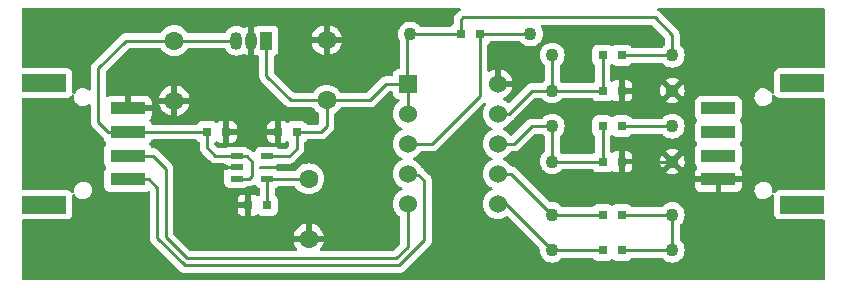
<source format=gbr>
%TF.GenerationSoftware,KiCad,Pcbnew,7.0.10*%
%TF.CreationDate,2024-03-29T17:01:24+09:00*%
%TF.ProjectId,HD-AK4316,48442d41-4b34-4333-9136-2e6b69636164,rev?*%
%TF.SameCoordinates,Original*%
%TF.FileFunction,Copper,L1,Top*%
%TF.FilePolarity,Positive*%
%FSLAX46Y46*%
G04 Gerber Fmt 4.6, Leading zero omitted, Abs format (unit mm)*
G04 Created by KiCad (PCBNEW 7.0.10) date 2024-03-29 17:01:24*
%MOMM*%
%LPD*%
G01*
G04 APERTURE LIST*
%TA.AperFunction,ComponentPad*%
%ADD10C,1.100000*%
%TD*%
%TA.AperFunction,SMDPad,CuDef*%
%ADD11R,0.800000X0.800000*%
%TD*%
%TA.AperFunction,ComponentPad*%
%ADD12R,1.524000X1.524000*%
%TD*%
%TA.AperFunction,ComponentPad*%
%ADD13C,1.524000*%
%TD*%
%TA.AperFunction,ComponentPad*%
%ADD14R,1.016000X1.524000*%
%TD*%
%TA.AperFunction,ComponentPad*%
%ADD15O,1.016000X1.524000*%
%TD*%
%TA.AperFunction,ComponentPad*%
%ADD16C,1.600000*%
%TD*%
%TA.AperFunction,SMDPad,CuDef*%
%ADD17R,3.800000X1.500000*%
%TD*%
%TA.AperFunction,ComponentPad*%
%ADD18R,3.000000X1.100000*%
%TD*%
%TA.AperFunction,SMDPad,CuDef*%
%ADD19R,1.100000X0.600000*%
%TD*%
%TA.AperFunction,ViaPad*%
%ADD20C,0.800000*%
%TD*%
%TA.AperFunction,Conductor*%
%ADD21C,0.250000*%
%TD*%
G04 APERTURE END LIST*
D10*
%TO.P,R7,1,1*%
%TO.N,+3V3*%
X181080000Y-55000000D03*
%TO.P,R7,2,2*%
%TO.N,Net-(U1-XORH)*%
X170920000Y-55000000D03*
%TD*%
D11*
%TO.P,C6,1,1*%
%TO.N,+3V3*%
X149300000Y-61500000D03*
%TO.P,C6,2,2*%
%TO.N,GND*%
X147700000Y-61500000D03*
%TD*%
D10*
%TO.P,R11,1,1*%
%TO.N,Net-(U1-XORH)*%
X170920000Y-58000000D03*
%TO.P,R11,2,2*%
%TO.N,GND*%
X181080000Y-58000000D03*
%TD*%
D12*
%TO.P,U1,1,VCC*%
%TO.N,+3V3*%
X158690000Y-57420000D03*
D13*
%TO.P,U1,2,EN*%
X158690000Y-59960000D03*
%TO.P,U1,3,READY*%
%TO.N,Net-(U1-READY)*%
X158690000Y-62500000D03*
%TO.P,U1,4,SCLIN*%
%TO.N,Net-(U1-SCLIN)*%
X158690000Y-65040000D03*
%TO.P,U1,5,SDAIN*%
%TO.N,Net-(U1-SDAIN)*%
X158690000Y-67580000D03*
%TO.P,U1,6,SDAOUT*%
%TO.N,Net-(U1-SDAOUT)*%
X166310000Y-67580000D03*
%TO.P,U1,7,SCLOUT*%
%TO.N,Net-(U1-SCLOUT)*%
X166310000Y-65040000D03*
%TO.P,U1,8,XORL*%
%TO.N,Net-(U1-XORL)*%
X166310000Y-62500000D03*
%TO.P,U1,9,XORH*%
%TO.N,Net-(U1-XORH)*%
X166310000Y-59960000D03*
%TO.P,U1,10,GND*%
%TO.N,GND*%
X166310000Y-57420000D03*
%TD*%
D14*
%TO.P,U3,1,OUT*%
%TO.N,+3V3*%
X146720000Y-53765000D03*
D15*
%TO.P,U3,2,GND*%
%TO.N,GND*%
X145450000Y-53765000D03*
%TO.P,U3,3,IN*%
%TO.N,+5V*%
X144180000Y-53765000D03*
%TD*%
D10*
%TO.P,R1,1,1*%
%TO.N,+3V3*%
X158919999Y-53200000D03*
%TO.P,R1,2,2*%
%TO.N,Net-(U1-READY)*%
X169079999Y-53200000D03*
%TD*%
D11*
%TO.P,R4,1,1*%
%TO.N,+3V3*%
X176800000Y-68500000D03*
%TO.P,R4,2,2*%
%TO.N,Net-(U1-SCLOUT)*%
X175200000Y-68500000D03*
%TD*%
%TO.P,R8,1,1*%
%TO.N,+3V3*%
X176800000Y-55000000D03*
%TO.P,R8,2,2*%
%TO.N,Net-(U1-XORH)*%
X175200000Y-55000000D03*
%TD*%
%TO.P,R10,1,1*%
%TO.N,+3V3*%
X176800000Y-61000000D03*
%TO.P,R10,2,2*%
%TO.N,Net-(U1-XORL)*%
X175200000Y-61000000D03*
%TD*%
D16*
%TO.P,C1,1,1*%
%TO.N,+5V*%
X138925000Y-53760000D03*
%TO.P,C1,2,2*%
%TO.N,GND*%
X138925000Y-58840000D03*
%TD*%
D10*
%TO.P,R9,1,1*%
%TO.N,+3V3*%
X181080000Y-61000000D03*
%TO.P,R9,2,2*%
%TO.N,Net-(U1-XORL)*%
X170920000Y-61000000D03*
%TD*%
D17*
%TO.P,CN1,*%
%TO.N,*%
X127900000Y-57350000D03*
X127900000Y-67650000D03*
D18*
%TO.P,CN1,1,1*%
%TO.N,Net-(U1-SCLIN)*%
X135000000Y-65500000D03*
%TO.P,CN1,2,2*%
%TO.N,Net-(U1-SDAIN)*%
X135000000Y-63500000D03*
%TO.P,CN1,3,3*%
%TO.N,+5V*%
X135000000Y-61500000D03*
%TO.P,CN1,4,4*%
%TO.N,GND*%
X135000000Y-59500000D03*
%TD*%
D11*
%TO.P,C2,1,1*%
%TO.N,+5V*%
X141700000Y-61500000D03*
%TO.P,C2,2,2*%
%TO.N,GND*%
X143300000Y-61500000D03*
%TD*%
D17*
%TO.P,CN2,*%
%TO.N,*%
X192100000Y-67650000D03*
X192100000Y-57350000D03*
D18*
%TO.P,CN2,1,1*%
%TO.N,Net-(U1-SCLOUT)*%
X185000000Y-59500000D03*
%TO.P,CN2,2,2*%
%TO.N,Net-(U1-SDAOUT)*%
X185000000Y-61500000D03*
%TO.P,CN2,3,3*%
%TO.N,+5V*%
X185000000Y-63500000D03*
%TO.P,CN2,4,4*%
%TO.N,GND*%
X185000000Y-65500000D03*
%TD*%
D16*
%TO.P,C5,1,1*%
%TO.N,+3V3*%
X151825000Y-58790000D03*
%TO.P,C5,2,2*%
%TO.N,GND*%
X151825000Y-53710000D03*
%TD*%
D11*
%TO.P,C4,1,1*%
%TO.N,Net-(U2-BYP)*%
X146800000Y-67700000D03*
%TO.P,C4,2,2*%
%TO.N,GND*%
X145200000Y-67700000D03*
%TD*%
D10*
%TO.P,R13,1,1*%
%TO.N,Net-(U1-XORL)*%
X170920000Y-64000000D03*
%TO.P,R13,2,2*%
%TO.N,GND*%
X181080000Y-64000000D03*
%TD*%
D16*
%TO.P,C3,1,1*%
%TO.N,Net-(U2-BYP)*%
X150300000Y-65460000D03*
%TO.P,C3,2,2*%
%TO.N,GND*%
X150300000Y-70540000D03*
%TD*%
D11*
%TO.P,R2,1,1*%
%TO.N,+3V3*%
X163199999Y-53200000D03*
%TO.P,R2,2,2*%
%TO.N,Net-(U1-READY)*%
X164799999Y-53200000D03*
%TD*%
%TO.P,R12,1,1*%
%TO.N,Net-(U1-XORH)*%
X175200000Y-58000000D03*
%TO.P,R12,2,2*%
%TO.N,GND*%
X176800000Y-58000000D03*
%TD*%
%TO.P,R14,1,1*%
%TO.N,Net-(U1-XORL)*%
X175200000Y-64000000D03*
%TO.P,R14,2,2*%
%TO.N,GND*%
X176800000Y-64000000D03*
%TD*%
%TO.P,R6,1,1*%
%TO.N,+3V3*%
X176800000Y-71500000D03*
%TO.P,R6,2,2*%
%TO.N,Net-(U1-SDAOUT)*%
X175200000Y-71500000D03*
%TD*%
D10*
%TO.P,R5,1,1*%
%TO.N,+3V3*%
X181080000Y-71500000D03*
%TO.P,R5,2,2*%
%TO.N,Net-(U1-SDAOUT)*%
X170920000Y-71500000D03*
%TD*%
%TO.P,R3,1,1*%
%TO.N,+3V3*%
X181080000Y-68500000D03*
%TO.P,R3,2,2*%
%TO.N,Net-(U1-SCLOUT)*%
X170920000Y-68500000D03*
%TD*%
D19*
%TO.P,U2,1,VIN*%
%TO.N,+5V*%
X144200000Y-63550000D03*
%TO.P,U2,2,GND*%
%TO.N,GND*%
X144200000Y-64500000D03*
%TO.P,U2,3,EN*%
%TO.N,+5V*%
X144200000Y-65450000D03*
%TO.P,U2,4,BYP*%
%TO.N,Net-(U2-BYP)*%
X146800000Y-65450000D03*
%TO.P,U2,5,VOUT*%
%TO.N,+3V3*%
X146800000Y-63550000D03*
%TD*%
D20*
%TO.N,GND*%
X145100000Y-61500000D03*
X178600000Y-64000000D03*
X143500000Y-67700000D03*
X169200000Y-72600000D03*
X145450000Y-51950000D03*
X155640000Y-70540000D03*
X147700000Y-59900000D03*
X185200000Y-70100000D03*
X145450000Y-56150000D03*
X160000000Y-72600000D03*
X135000000Y-57200000D03*
X141000000Y-64500000D03*
X178400000Y-58000000D03*
%TD*%
D21*
%TO.N,Net-(U1-SCLIN)*%
X158630000Y-65100000D02*
X159600000Y-65100000D01*
X160100000Y-65600000D02*
X160100000Y-70675000D01*
X137500000Y-70500000D02*
X137500000Y-66200000D01*
X137500000Y-66200000D02*
X136800000Y-65500000D01*
X136800000Y-65500000D02*
X134200000Y-65500000D01*
X159600000Y-65100000D02*
X160100000Y-65600000D01*
X139800000Y-72800000D02*
X137500000Y-70500000D01*
X158690000Y-65040000D02*
X158630000Y-65100000D01*
X157975000Y-72800000D02*
X139800000Y-72800000D01*
X160100000Y-70675000D02*
X157975000Y-72800000D01*
%TO.N,Net-(U1-SDAIN)*%
X138200000Y-64600000D02*
X137100000Y-63500000D01*
X140000000Y-72200000D02*
X138200000Y-70400000D01*
X157700000Y-72200000D02*
X140000000Y-72200000D01*
X158690000Y-67580000D02*
X158690000Y-71210000D01*
X158690000Y-71210000D02*
X157700000Y-72200000D01*
X138200000Y-70400000D02*
X138200000Y-64600000D01*
X137100000Y-63500000D02*
X134200000Y-63500000D01*
%TO.N,Net-(U1-SCLOUT)*%
X166310000Y-65040000D02*
X167460000Y-65040000D01*
X167460000Y-65040000D02*
X170920000Y-68500000D01*
X170920000Y-68500000D02*
X175200000Y-68500000D01*
%TO.N,Net-(U1-SDAOUT)*%
X170920000Y-71500000D02*
X175200000Y-71500000D01*
X167000000Y-67580000D02*
X170920000Y-71500000D01*
X166310000Y-67580000D02*
X167000000Y-67580000D01*
%TO.N,Net-(U1-XORH)*%
X175200000Y-58000000D02*
X170920000Y-58000000D01*
X170920000Y-58000000D02*
X170920000Y-55000000D01*
X166310000Y-59960000D02*
X167240000Y-59960000D01*
X170920000Y-58000000D02*
X169200000Y-58000000D01*
X175200000Y-55000000D02*
X175200000Y-58000000D01*
X167240000Y-59960000D02*
X169200000Y-58000000D01*
%TO.N,Net-(U1-XORL)*%
X175200000Y-61000000D02*
X175200000Y-64000000D01*
X166310000Y-62500000D02*
X167700000Y-62500000D01*
X169200000Y-61000000D02*
X170920000Y-61000000D01*
X170920000Y-61000000D02*
X170920000Y-64000000D01*
X170920000Y-64000000D02*
X175200000Y-64000000D01*
X167700000Y-62500000D02*
X169200000Y-61000000D01*
%TO.N,+5V*%
X145500000Y-65200000D02*
X145250000Y-65450000D01*
X134200000Y-61500000D02*
X133350000Y-61500000D01*
X142400000Y-63500000D02*
X144150000Y-63500000D01*
X134225000Y-61475000D02*
X134200000Y-61500000D01*
X134375000Y-61475000D02*
X134225000Y-61475000D01*
X141700000Y-61500000D02*
X141700000Y-62800000D01*
X145050000Y-63550000D02*
X145500000Y-64000000D01*
X141700000Y-62800000D02*
X142400000Y-63500000D01*
X144175000Y-53760000D02*
X144180000Y-53765000D01*
X144200000Y-63550000D02*
X145050000Y-63550000D01*
X145500000Y-64000000D02*
X145500000Y-65200000D01*
X132500000Y-60650000D02*
X132500000Y-56100000D01*
X141700000Y-61500000D02*
X134400000Y-61500000D01*
X132500000Y-56100000D02*
X134840000Y-53760000D01*
X134840000Y-53760000D02*
X138925000Y-53760000D01*
X145250000Y-65450000D02*
X144200000Y-65450000D01*
X133350000Y-61500000D02*
X132500000Y-60650000D01*
X144150000Y-63500000D02*
X144200000Y-63550000D01*
X134400000Y-61500000D02*
X134375000Y-61475000D01*
X138925000Y-53760000D02*
X144175000Y-53760000D01*
%TO.N,GND*%
X143300000Y-61500000D02*
X145100000Y-61500000D01*
X178600000Y-64000000D02*
X181080000Y-64000000D01*
X150300000Y-70540000D02*
X155640000Y-70540000D01*
X144200000Y-64500000D02*
X141000000Y-64500000D01*
X143725000Y-64425000D02*
X144600000Y-64425000D01*
X145200000Y-67700000D02*
X143500000Y-67700000D01*
X160000000Y-72600000D02*
X169200000Y-72600000D01*
X147700000Y-61500000D02*
X147700000Y-59900000D01*
X176800000Y-58000000D02*
X178400000Y-58000000D01*
X176800000Y-64000000D02*
X178600000Y-64000000D01*
%TO.N,Net-(U2-BYP)*%
X146800000Y-67600000D02*
X146700000Y-67700000D01*
X146800000Y-65450000D02*
X150290000Y-65450000D01*
X150290000Y-65450000D02*
X150300000Y-65460000D01*
X146800000Y-65450000D02*
X146800000Y-67600000D01*
%TO.N,+3V3*%
X151825000Y-58790000D02*
X155485000Y-58790000D01*
X146720000Y-53765000D02*
X146725000Y-53770000D01*
X151350000Y-61500000D02*
X151825000Y-61025000D01*
X151825000Y-61025000D02*
X151825000Y-58790000D01*
X176800000Y-68500000D02*
X181080000Y-68500000D01*
X176800000Y-61000000D02*
X181080000Y-61000000D01*
X146800000Y-63550000D02*
X148650000Y-63550000D01*
X163199999Y-53200000D02*
X158650000Y-53200000D01*
X146725000Y-56725000D02*
X148790000Y-58790000D01*
X158650000Y-53200000D02*
X158650000Y-57380000D01*
X181080000Y-53280000D02*
X181080000Y-55000000D01*
X179600000Y-51800000D02*
X181080000Y-53280000D01*
X181080000Y-68500000D02*
X181080000Y-71500000D01*
X149300000Y-61500000D02*
X151350000Y-61500000D01*
X156855000Y-57420000D02*
X158690000Y-57420000D01*
X149300000Y-62900000D02*
X149300000Y-61500000D01*
X176800000Y-55000000D02*
X181080000Y-55000000D01*
X163199999Y-53200000D02*
X163199999Y-52000001D01*
X155485000Y-58790000D02*
X156855000Y-57420000D01*
X176800000Y-71500000D02*
X181080000Y-71500000D01*
X148790000Y-58790000D02*
X151825000Y-58790000D01*
X163199999Y-52000001D02*
X163400000Y-51800000D01*
X148650000Y-63550000D02*
X149300000Y-62900000D01*
X158650000Y-57380000D02*
X158690000Y-57420000D01*
X158690000Y-57420000D02*
X158690000Y-59960000D01*
X163400000Y-51800000D02*
X179600000Y-51800000D01*
X146725000Y-53770000D02*
X146725000Y-56725000D01*
%TO.N,Net-(U1-READY)*%
X164799999Y-53200000D02*
X169350000Y-53200000D01*
X160775000Y-62500000D02*
X164799999Y-58475001D01*
X164799999Y-58475001D02*
X164799999Y-53200000D01*
X158690000Y-62500000D02*
X160775000Y-62500000D01*
%TD*%
%TA.AperFunction,Conductor*%
%TO.N,GND*%
G36*
X193942539Y-51020185D02*
G01*
X193988294Y-51072989D01*
X193999500Y-51124500D01*
X193999500Y-55975500D01*
X193979815Y-56042539D01*
X193927011Y-56088294D01*
X193875500Y-56099500D01*
X190152129Y-56099500D01*
X190152123Y-56099501D01*
X190092516Y-56105908D01*
X189957671Y-56156202D01*
X189957664Y-56156206D01*
X189842455Y-56242452D01*
X189842452Y-56242455D01*
X189756206Y-56357664D01*
X189756202Y-56357671D01*
X189705908Y-56492517D01*
X189699673Y-56550516D01*
X189699501Y-56552123D01*
X189699500Y-56552135D01*
X189699500Y-58139925D01*
X189679815Y-58206964D01*
X189627011Y-58252719D01*
X189557853Y-58262663D01*
X189494297Y-58233638D01*
X189461642Y-58189039D01*
X189454377Y-58172196D01*
X189448683Y-58164548D01*
X189365943Y-58053409D01*
X189349610Y-58031470D01*
X189312104Y-57999999D01*
X189215214Y-57918698D01*
X189215212Y-57918697D01*
X189058437Y-57839961D01*
X189016476Y-57830016D01*
X188887721Y-57799500D01*
X188756291Y-57799500D01*
X188651854Y-57811707D01*
X188625743Y-57814759D01*
X188625740Y-57814760D01*
X188460884Y-57874762D01*
X188460880Y-57874764D01*
X188314306Y-57971167D01*
X188314305Y-57971168D01*
X188193910Y-58098778D01*
X188106188Y-58250718D01*
X188055870Y-58418789D01*
X188055869Y-58418794D01*
X188045668Y-58593933D01*
X188074456Y-58757190D01*
X188076135Y-58766711D01*
X188145623Y-58927804D01*
X188145624Y-58927806D01*
X188145626Y-58927809D01*
X188240751Y-59055583D01*
X188250390Y-59068530D01*
X188384786Y-59181302D01*
X188444790Y-59211437D01*
X188541562Y-59260038D01*
X188541563Y-59260038D01*
X188541567Y-59260040D01*
X188712279Y-59300500D01*
X188712282Y-59300500D01*
X188843701Y-59300500D01*
X188843709Y-59300500D01*
X188974255Y-59285241D01*
X189139117Y-59225237D01*
X189285696Y-59128830D01*
X189406092Y-59001218D01*
X189493812Y-58849281D01*
X189544130Y-58681210D01*
X189554331Y-58506065D01*
X189544682Y-58451346D01*
X189552426Y-58381909D01*
X189596481Y-58327680D01*
X189662862Y-58305877D01*
X189730493Y-58323424D01*
X189766064Y-58355503D01*
X189794645Y-58393682D01*
X189842453Y-58457545D01*
X189842455Y-58457547D01*
X189957664Y-58543793D01*
X189957671Y-58543797D01*
X190092517Y-58594091D01*
X190092516Y-58594091D01*
X190099444Y-58594835D01*
X190152127Y-58600500D01*
X193875500Y-58600499D01*
X193942539Y-58620184D01*
X193988294Y-58672988D01*
X193999500Y-58724499D01*
X193999500Y-66275500D01*
X193979815Y-66342539D01*
X193927011Y-66388294D01*
X193875500Y-66399500D01*
X190152129Y-66399500D01*
X190152123Y-66399501D01*
X190092516Y-66405908D01*
X189957671Y-66456202D01*
X189957664Y-66456206D01*
X189842455Y-66542452D01*
X189768432Y-66641334D01*
X189712498Y-66683204D01*
X189642807Y-66688188D01*
X189581484Y-66654702D01*
X189547999Y-66593379D01*
X189545376Y-66559812D01*
X189554331Y-66406065D01*
X189523865Y-66233289D01*
X189454377Y-66072196D01*
X189445790Y-66060662D01*
X189349609Y-65931469D01*
X189215214Y-65818698D01*
X189215212Y-65818697D01*
X189058437Y-65739961D01*
X189050353Y-65738045D01*
X188887721Y-65699500D01*
X188756291Y-65699500D01*
X188651854Y-65711707D01*
X188625743Y-65714759D01*
X188625740Y-65714760D01*
X188460884Y-65774762D01*
X188460880Y-65774764D01*
X188314306Y-65871167D01*
X188314305Y-65871168D01*
X188193910Y-65998778D01*
X188106188Y-66150718D01*
X188055870Y-66318789D01*
X188055869Y-66318794D01*
X188045668Y-66493933D01*
X188076134Y-66666706D01*
X188076135Y-66666711D01*
X188145623Y-66827804D01*
X188145624Y-66827806D01*
X188145626Y-66827809D01*
X188233869Y-66946339D01*
X188250390Y-66968530D01*
X188384786Y-67081302D01*
X188462488Y-67120325D01*
X188541562Y-67160038D01*
X188541563Y-67160038D01*
X188541567Y-67160040D01*
X188712279Y-67200500D01*
X188712282Y-67200500D01*
X188843701Y-67200500D01*
X188843709Y-67200500D01*
X188974255Y-67185241D01*
X189139117Y-67125237D01*
X189285696Y-67028830D01*
X189406092Y-66901218D01*
X189468114Y-66793790D01*
X189518679Y-66745577D01*
X189587286Y-66732353D01*
X189652151Y-66758321D01*
X189692680Y-66815235D01*
X189699500Y-66855792D01*
X189699500Y-68447870D01*
X189699501Y-68447876D01*
X189705908Y-68507483D01*
X189756202Y-68642328D01*
X189756206Y-68642335D01*
X189842452Y-68757544D01*
X189842455Y-68757547D01*
X189957664Y-68843793D01*
X189957671Y-68843797D01*
X190092517Y-68894091D01*
X190092516Y-68894091D01*
X190099444Y-68894835D01*
X190152127Y-68900500D01*
X193875500Y-68900499D01*
X193942539Y-68920184D01*
X193988294Y-68972988D01*
X193999500Y-69024499D01*
X193999500Y-73875500D01*
X193979815Y-73942539D01*
X193927011Y-73988294D01*
X193875500Y-73999500D01*
X126124500Y-73999500D01*
X126057461Y-73979815D01*
X126011706Y-73927011D01*
X126000500Y-73875500D01*
X126000500Y-69024499D01*
X126020185Y-68957460D01*
X126072989Y-68911705D01*
X126124500Y-68900499D01*
X129847871Y-68900499D01*
X129847872Y-68900499D01*
X129907483Y-68894091D01*
X130042331Y-68843796D01*
X130157546Y-68757546D01*
X130243796Y-68642331D01*
X130294091Y-68507483D01*
X130300500Y-68447873D01*
X130300499Y-66860073D01*
X130320184Y-66793035D01*
X130372987Y-66747280D01*
X130442146Y-66737336D01*
X130505702Y-66766361D01*
X130538357Y-66810960D01*
X130545623Y-66827804D01*
X130545624Y-66827806D01*
X130545626Y-66827809D01*
X130633869Y-66946339D01*
X130650390Y-66968530D01*
X130784786Y-67081302D01*
X130862488Y-67120325D01*
X130941562Y-67160038D01*
X130941563Y-67160038D01*
X130941567Y-67160040D01*
X131112279Y-67200500D01*
X131112282Y-67200500D01*
X131243701Y-67200500D01*
X131243709Y-67200500D01*
X131374255Y-67185241D01*
X131539117Y-67125237D01*
X131685696Y-67028830D01*
X131806092Y-66901218D01*
X131893812Y-66749281D01*
X131944130Y-66581210D01*
X131954331Y-66406065D01*
X131923865Y-66233289D01*
X131854377Y-66072196D01*
X131845790Y-66060662D01*
X131749609Y-65931469D01*
X131615214Y-65818698D01*
X131615212Y-65818697D01*
X131458437Y-65739961D01*
X131450353Y-65738045D01*
X131287721Y-65699500D01*
X131156291Y-65699500D01*
X131051854Y-65711707D01*
X131025743Y-65714759D01*
X131025740Y-65714760D01*
X130860884Y-65774762D01*
X130860880Y-65774764D01*
X130714306Y-65871167D01*
X130714305Y-65871168D01*
X130593910Y-65998778D01*
X130506188Y-66150718D01*
X130455870Y-66318789D01*
X130455869Y-66318794D01*
X130445668Y-66493933D01*
X130445669Y-66493935D01*
X130455317Y-66548652D01*
X130447573Y-66618091D01*
X130403516Y-66672320D01*
X130337135Y-66694122D01*
X130269505Y-66676574D01*
X130233935Y-66644495D01*
X130157547Y-66542455D01*
X130157544Y-66542452D01*
X130042335Y-66456206D01*
X130042328Y-66456202D01*
X129907482Y-66405908D01*
X129907483Y-66405908D01*
X129847883Y-66399501D01*
X129847881Y-66399500D01*
X129847873Y-66399500D01*
X129847865Y-66399500D01*
X126124500Y-66399500D01*
X126057461Y-66379815D01*
X126011706Y-66327011D01*
X126000500Y-66275500D01*
X126000500Y-58724499D01*
X126020185Y-58657460D01*
X126072989Y-58611705D01*
X126124500Y-58600499D01*
X129847871Y-58600499D01*
X129847872Y-58600499D01*
X129907483Y-58594091D01*
X130042331Y-58543796D01*
X130157546Y-58457546D01*
X130231567Y-58358665D01*
X130287500Y-58316795D01*
X130357191Y-58311811D01*
X130418514Y-58345296D01*
X130451999Y-58406619D01*
X130454623Y-58440186D01*
X130445668Y-58593933D01*
X130474456Y-58757190D01*
X130476135Y-58766711D01*
X130545623Y-58927804D01*
X130545624Y-58927806D01*
X130545626Y-58927809D01*
X130640751Y-59055583D01*
X130650390Y-59068530D01*
X130784786Y-59181302D01*
X130844790Y-59211437D01*
X130941562Y-59260038D01*
X130941563Y-59260038D01*
X130941567Y-59260040D01*
X131112279Y-59300500D01*
X131112282Y-59300500D01*
X131243701Y-59300500D01*
X131243709Y-59300500D01*
X131374255Y-59285241D01*
X131539117Y-59225237D01*
X131660532Y-59145381D01*
X131682361Y-59131024D01*
X131749188Y-59110631D01*
X131816432Y-59129605D01*
X131862743Y-59181922D01*
X131874500Y-59234624D01*
X131874500Y-60567255D01*
X131872775Y-60582872D01*
X131873061Y-60582899D01*
X131872326Y-60590665D01*
X131874439Y-60657872D01*
X131874500Y-60661767D01*
X131874500Y-60689357D01*
X131875003Y-60693335D01*
X131875918Y-60704967D01*
X131877290Y-60748624D01*
X131877291Y-60748627D01*
X131882880Y-60767867D01*
X131886824Y-60786911D01*
X131889336Y-60806792D01*
X131905414Y-60847403D01*
X131909197Y-60858452D01*
X131913036Y-60871666D01*
X131921382Y-60900390D01*
X131922410Y-60902129D01*
X131931580Y-60917634D01*
X131940138Y-60935103D01*
X131947514Y-60953732D01*
X131973181Y-60989060D01*
X131979593Y-60998821D01*
X132001828Y-61036417D01*
X132001833Y-61036424D01*
X132015990Y-61050580D01*
X132028627Y-61065375D01*
X132040406Y-61081587D01*
X132067518Y-61104016D01*
X132074057Y-61109425D01*
X132082698Y-61117288D01*
X132849194Y-61883784D01*
X132859019Y-61896048D01*
X132859240Y-61895866D01*
X132864210Y-61901874D01*
X132913239Y-61947915D01*
X132916036Y-61950626D01*
X132935529Y-61970119D01*
X132938696Y-61972576D01*
X132947573Y-61980158D01*
X132960382Y-61992186D01*
X132995778Y-62052427D01*
X132999500Y-62082573D01*
X132999500Y-62097866D01*
X132999501Y-62097877D01*
X133005908Y-62157483D01*
X133056202Y-62292328D01*
X133056206Y-62292335D01*
X133142452Y-62407544D01*
X133147227Y-62412319D01*
X133180712Y-62473642D01*
X133175728Y-62543334D01*
X133147227Y-62587681D01*
X133142452Y-62592455D01*
X133056206Y-62707664D01*
X133056202Y-62707671D01*
X133005908Y-62842517D01*
X132999876Y-62898627D01*
X132999501Y-62902123D01*
X132999500Y-62902135D01*
X132999500Y-64097870D01*
X132999501Y-64097876D01*
X133005908Y-64157483D01*
X133056202Y-64292328D01*
X133056206Y-64292335D01*
X133142452Y-64407544D01*
X133147227Y-64412319D01*
X133180712Y-64473642D01*
X133175728Y-64543334D01*
X133147227Y-64587681D01*
X133142452Y-64592455D01*
X133056206Y-64707664D01*
X133056202Y-64707671D01*
X133005908Y-64842517D01*
X132999501Y-64902116D01*
X132999500Y-64902135D01*
X132999500Y-66097870D01*
X132999501Y-66097876D01*
X133005908Y-66157483D01*
X133056202Y-66292328D01*
X133056206Y-66292335D01*
X133142452Y-66407544D01*
X133142455Y-66407547D01*
X133257664Y-66493793D01*
X133257671Y-66493797D01*
X133392517Y-66544091D01*
X133392516Y-66544091D01*
X133399444Y-66544835D01*
X133452127Y-66550500D01*
X136547872Y-66550499D01*
X136607483Y-66544091D01*
X136707168Y-66506910D01*
X136776858Y-66501927D01*
X136838181Y-66535412D01*
X136871666Y-66596735D01*
X136874500Y-66623093D01*
X136874500Y-70417255D01*
X136872775Y-70432872D01*
X136873061Y-70432899D01*
X136872326Y-70440665D01*
X136874439Y-70507872D01*
X136874500Y-70511767D01*
X136874500Y-70539357D01*
X136875003Y-70543335D01*
X136875918Y-70554967D01*
X136877290Y-70598624D01*
X136877291Y-70598627D01*
X136882880Y-70617867D01*
X136886824Y-70636911D01*
X136888645Y-70651324D01*
X136889336Y-70656792D01*
X136905414Y-70697403D01*
X136909197Y-70708452D01*
X136919241Y-70743023D01*
X136921382Y-70750390D01*
X136923526Y-70754016D01*
X136931580Y-70767634D01*
X136940138Y-70785103D01*
X136947514Y-70803732D01*
X136973181Y-70839060D01*
X136979593Y-70848821D01*
X137001828Y-70886417D01*
X137001833Y-70886424D01*
X137015990Y-70900580D01*
X137028628Y-70915376D01*
X137040405Y-70931586D01*
X137040406Y-70931587D01*
X137074057Y-70959425D01*
X137082698Y-70967288D01*
X139299197Y-73183788D01*
X139309022Y-73196051D01*
X139309243Y-73195869D01*
X139314211Y-73201874D01*
X139363222Y-73247899D01*
X139366021Y-73250612D01*
X139385522Y-73270114D01*
X139385526Y-73270117D01*
X139385529Y-73270120D01*
X139388702Y-73272581D01*
X139397574Y-73280159D01*
X139429418Y-73310062D01*
X139446976Y-73319714D01*
X139463235Y-73330395D01*
X139479064Y-73342673D01*
X139519155Y-73360021D01*
X139529626Y-73365151D01*
X139552180Y-73377550D01*
X139567902Y-73386194D01*
X139567904Y-73386195D01*
X139567908Y-73386197D01*
X139587316Y-73391180D01*
X139605719Y-73397481D01*
X139624101Y-73405436D01*
X139624102Y-73405436D01*
X139624104Y-73405437D01*
X139667250Y-73412270D01*
X139678672Y-73414636D01*
X139720981Y-73425500D01*
X139741016Y-73425500D01*
X139760414Y-73427026D01*
X139780194Y-73430159D01*
X139780195Y-73430160D01*
X139780195Y-73430159D01*
X139780196Y-73430160D01*
X139823675Y-73426050D01*
X139835344Y-73425500D01*
X157892257Y-73425500D01*
X157907877Y-73427224D01*
X157907904Y-73426939D01*
X157915660Y-73427671D01*
X157915667Y-73427673D01*
X157982873Y-73425561D01*
X157986768Y-73425500D01*
X158014346Y-73425500D01*
X158014350Y-73425500D01*
X158018324Y-73424997D01*
X158029963Y-73424080D01*
X158073627Y-73422709D01*
X158092869Y-73417117D01*
X158111912Y-73413174D01*
X158131792Y-73410664D01*
X158172401Y-73394585D01*
X158183444Y-73390803D01*
X158225390Y-73378618D01*
X158242629Y-73368422D01*
X158260103Y-73359862D01*
X158278727Y-73352488D01*
X158278727Y-73352487D01*
X158278732Y-73352486D01*
X158314083Y-73326800D01*
X158323814Y-73320408D01*
X158361420Y-73298170D01*
X158375589Y-73283999D01*
X158390379Y-73271368D01*
X158406587Y-73259594D01*
X158434438Y-73225926D01*
X158442279Y-73217309D01*
X160483788Y-71175801D01*
X160496042Y-71165986D01*
X160495859Y-71165764D01*
X160501868Y-71160791D01*
X160501877Y-71160786D01*
X160547949Y-71111722D01*
X160550566Y-71109023D01*
X160570120Y-71089471D01*
X160572576Y-71086303D01*
X160580156Y-71077427D01*
X160610062Y-71045582D01*
X160619715Y-71028020D01*
X160630389Y-71011770D01*
X160642673Y-70995936D01*
X160660019Y-70955850D01*
X160665157Y-70945362D01*
X160681643Y-70915376D01*
X160686197Y-70907092D01*
X160691177Y-70887691D01*
X160697478Y-70869288D01*
X160705438Y-70850896D01*
X160712272Y-70807741D01*
X160714635Y-70796331D01*
X160725500Y-70754019D01*
X160725500Y-70733983D01*
X160727027Y-70714582D01*
X160727998Y-70708452D01*
X160730160Y-70694804D01*
X160726050Y-70651324D01*
X160725500Y-70639655D01*
X160725500Y-65682742D01*
X160727224Y-65667122D01*
X160726939Y-65667096D01*
X160727671Y-65659340D01*
X160727673Y-65659333D01*
X160725561Y-65592126D01*
X160725500Y-65588231D01*
X160725500Y-65560654D01*
X160725500Y-65560650D01*
X160724996Y-65556665D01*
X160724080Y-65545021D01*
X160722709Y-65501373D01*
X160717122Y-65482144D01*
X160713174Y-65463084D01*
X160712785Y-65460001D01*
X160710664Y-65443208D01*
X160710663Y-65443206D01*
X160710663Y-65443204D01*
X160694588Y-65402604D01*
X160690804Y-65391552D01*
X160678618Y-65349609D01*
X160678616Y-65349606D01*
X160668423Y-65332371D01*
X160659861Y-65314894D01*
X160652487Y-65296269D01*
X160626816Y-65260937D01*
X160620405Y-65251177D01*
X160598170Y-65213580D01*
X160598168Y-65213578D01*
X160598165Y-65213574D01*
X160584006Y-65199415D01*
X160571368Y-65184619D01*
X160566725Y-65178228D01*
X160559594Y-65168413D01*
X160546506Y-65157586D01*
X160525940Y-65140572D01*
X160517299Y-65132709D01*
X160100806Y-64716216D01*
X160090981Y-64703952D01*
X160090760Y-64704136D01*
X160085784Y-64698121D01*
X160036776Y-64652099D01*
X160033977Y-64649386D01*
X160014477Y-64629885D01*
X160014387Y-64629815D01*
X160011286Y-64627409D01*
X160002434Y-64619848D01*
X159970582Y-64589938D01*
X159970580Y-64589936D01*
X159970577Y-64589935D01*
X159953029Y-64580288D01*
X159936763Y-64569604D01*
X159920936Y-64557327D01*
X159920935Y-64557326D01*
X159920933Y-64557325D01*
X159885242Y-64541880D01*
X159831534Y-64497190D01*
X159822112Y-64480493D01*
X159787534Y-64406339D01*
X159695383Y-64274733D01*
X159660827Y-64225381D01*
X159589978Y-64154532D01*
X159504620Y-64069174D01*
X159504616Y-64069171D01*
X159504615Y-64069170D01*
X159323666Y-63942468D01*
X159323658Y-63942464D01*
X159194811Y-63882382D01*
X159142371Y-63836210D01*
X159123219Y-63769017D01*
X159143435Y-63702135D01*
X159194811Y-63657618D01*
X159218767Y-63646447D01*
X159323662Y-63597534D01*
X159504620Y-63470826D01*
X159660826Y-63314620D01*
X159756225Y-63178376D01*
X159810802Y-63134752D01*
X159857800Y-63125500D01*
X160692257Y-63125500D01*
X160707877Y-63127224D01*
X160707904Y-63126939D01*
X160715660Y-63127671D01*
X160715667Y-63127673D01*
X160782873Y-63125561D01*
X160786768Y-63125500D01*
X160814346Y-63125500D01*
X160814350Y-63125500D01*
X160818324Y-63124997D01*
X160829963Y-63124080D01*
X160873627Y-63122709D01*
X160892869Y-63117117D01*
X160911912Y-63113174D01*
X160931792Y-63110664D01*
X160972401Y-63094585D01*
X160983444Y-63090803D01*
X161025390Y-63078618D01*
X161042629Y-63068422D01*
X161060103Y-63059862D01*
X161078727Y-63052488D01*
X161078727Y-63052487D01*
X161078732Y-63052486D01*
X161114083Y-63026800D01*
X161123814Y-63020408D01*
X161161420Y-62998170D01*
X161175589Y-62983999D01*
X161190379Y-62971368D01*
X161206587Y-62959594D01*
X161234438Y-62925926D01*
X161242279Y-62917309D01*
X165095977Y-59063612D01*
X165157298Y-59030129D01*
X165226990Y-59035113D01*
X165282923Y-59076985D01*
X165307340Y-59142449D01*
X165292488Y-59210722D01*
X165285232Y-59222417D01*
X165212465Y-59326340D01*
X165119107Y-59526548D01*
X165119104Y-59526554D01*
X165061930Y-59739929D01*
X165061929Y-59739937D01*
X165042677Y-59959997D01*
X165042677Y-59960002D01*
X165061929Y-60180062D01*
X165061930Y-60180070D01*
X165119104Y-60393445D01*
X165119105Y-60393447D01*
X165119106Y-60393450D01*
X165207435Y-60582872D01*
X165212466Y-60593662D01*
X165212468Y-60593666D01*
X165339170Y-60774615D01*
X165339175Y-60774621D01*
X165495378Y-60930824D01*
X165495384Y-60930829D01*
X165676333Y-61057531D01*
X165676335Y-61057532D01*
X165676338Y-61057534D01*
X165776024Y-61104018D01*
X165805189Y-61117618D01*
X165857628Y-61163790D01*
X165876780Y-61230984D01*
X165856564Y-61297865D01*
X165805189Y-61342382D01*
X165676340Y-61402465D01*
X165676338Y-61402466D01*
X165495377Y-61529175D01*
X165339175Y-61685377D01*
X165212466Y-61866338D01*
X165212465Y-61866340D01*
X165150992Y-61998170D01*
X165124221Y-62055582D01*
X165119107Y-62066548D01*
X165119104Y-62066554D01*
X165061930Y-62279929D01*
X165061929Y-62279937D01*
X165042677Y-62499997D01*
X165042677Y-62500002D01*
X165061929Y-62720062D01*
X165061930Y-62720070D01*
X165119104Y-62933445D01*
X165119105Y-62933447D01*
X165119106Y-62933450D01*
X165198611Y-63103950D01*
X165212466Y-63133662D01*
X165212468Y-63133666D01*
X165339170Y-63314615D01*
X165339175Y-63314621D01*
X165495378Y-63470824D01*
X165495384Y-63470829D01*
X165676333Y-63597531D01*
X165676335Y-63597532D01*
X165676338Y-63597534D01*
X165781233Y-63646447D01*
X165805189Y-63657618D01*
X165857628Y-63703790D01*
X165876780Y-63770984D01*
X165856564Y-63837865D01*
X165805189Y-63882382D01*
X165676340Y-63942465D01*
X165676338Y-63942466D01*
X165495377Y-64069175D01*
X165339175Y-64225377D01*
X165212466Y-64406338D01*
X165212465Y-64406340D01*
X165119107Y-64606548D01*
X165119104Y-64606554D01*
X165061930Y-64819929D01*
X165061929Y-64819937D01*
X165042677Y-65039997D01*
X165042677Y-65040002D01*
X165061929Y-65260062D01*
X165061930Y-65260070D01*
X165119104Y-65473445D01*
X165119105Y-65473447D01*
X165119106Y-65473450D01*
X165189844Y-65625148D01*
X165212466Y-65673662D01*
X165212468Y-65673666D01*
X165339170Y-65854615D01*
X165339175Y-65854621D01*
X165495378Y-66010824D01*
X165495384Y-66010829D01*
X165676333Y-66137531D01*
X165676335Y-66137532D01*
X165676338Y-66137534D01*
X165795748Y-66193215D01*
X165805189Y-66197618D01*
X165857628Y-66243790D01*
X165876780Y-66310984D01*
X165856564Y-66377865D01*
X165805189Y-66422382D01*
X165676340Y-66482465D01*
X165676338Y-66482466D01*
X165495377Y-66609175D01*
X165339175Y-66765377D01*
X165212466Y-66946338D01*
X165212465Y-66946340D01*
X165119107Y-67146548D01*
X165119104Y-67146554D01*
X165061930Y-67359929D01*
X165061929Y-67359937D01*
X165042677Y-67579997D01*
X165042677Y-67580002D01*
X165061929Y-67800062D01*
X165061930Y-67800070D01*
X165119104Y-68013445D01*
X165119105Y-68013447D01*
X165119106Y-68013450D01*
X165157620Y-68096043D01*
X165212466Y-68213662D01*
X165212468Y-68213666D01*
X165339170Y-68394615D01*
X165339175Y-68394621D01*
X165495378Y-68550824D01*
X165495384Y-68550829D01*
X165676333Y-68677531D01*
X165676335Y-68677532D01*
X165676338Y-68677534D01*
X165876550Y-68770894D01*
X166089932Y-68828070D01*
X166247123Y-68841822D01*
X166309998Y-68847323D01*
X166310000Y-68847323D01*
X166310002Y-68847323D01*
X166365017Y-68842509D01*
X166530068Y-68828070D01*
X166743450Y-68770894D01*
X166943662Y-68677534D01*
X167016814Y-68626311D01*
X167083015Y-68603985D01*
X167150783Y-68620994D01*
X167175616Y-68640206D01*
X169838277Y-71302868D01*
X169871762Y-71364191D01*
X169873999Y-71402702D01*
X169864417Y-71499998D01*
X169864417Y-71499999D01*
X169884699Y-71705932D01*
X169884700Y-71705934D01*
X169944768Y-71903954D01*
X170042315Y-72086450D01*
X170042317Y-72086452D01*
X170173589Y-72246410D01*
X170216218Y-72281394D01*
X170333550Y-72377685D01*
X170516046Y-72475232D01*
X170714066Y-72535300D01*
X170714065Y-72535300D01*
X170732529Y-72537118D01*
X170920000Y-72555583D01*
X171125934Y-72535300D01*
X171323954Y-72475232D01*
X171506450Y-72377685D01*
X171666410Y-72246410D01*
X171703813Y-72200834D01*
X171728432Y-72170836D01*
X171786178Y-72131501D01*
X171824286Y-72125500D01*
X174281535Y-72125500D01*
X174348574Y-72145185D01*
X174380800Y-72175187D01*
X174442454Y-72257546D01*
X174474311Y-72281394D01*
X174557664Y-72343793D01*
X174557671Y-72343797D01*
X174692517Y-72394091D01*
X174692516Y-72394091D01*
X174699444Y-72394835D01*
X174752127Y-72400500D01*
X175647872Y-72400499D01*
X175707483Y-72394091D01*
X175842331Y-72343796D01*
X175925689Y-72281393D01*
X175991153Y-72256977D01*
X176059426Y-72271828D01*
X176074311Y-72281394D01*
X176157669Y-72343796D01*
X176157671Y-72343797D01*
X176292517Y-72394091D01*
X176292516Y-72394091D01*
X176299444Y-72394835D01*
X176352127Y-72400500D01*
X177247872Y-72400499D01*
X177307483Y-72394091D01*
X177442331Y-72343796D01*
X177557546Y-72257546D01*
X177619199Y-72175188D01*
X177675132Y-72133318D01*
X177718465Y-72125500D01*
X180175714Y-72125500D01*
X180242753Y-72145185D01*
X180271568Y-72170836D01*
X180333589Y-72246410D01*
X180376218Y-72281394D01*
X180493550Y-72377685D01*
X180676046Y-72475232D01*
X180874066Y-72535300D01*
X180874065Y-72535300D01*
X180892529Y-72537118D01*
X181080000Y-72555583D01*
X181285934Y-72535300D01*
X181483954Y-72475232D01*
X181666450Y-72377685D01*
X181826410Y-72246410D01*
X181957685Y-72086450D01*
X182055232Y-71903954D01*
X182115300Y-71705934D01*
X182135583Y-71500000D01*
X182115300Y-71294066D01*
X182055232Y-71096046D01*
X181957685Y-70913550D01*
X181884859Y-70824811D01*
X181826410Y-70753589D01*
X181750836Y-70691568D01*
X181711501Y-70633822D01*
X181705500Y-70595714D01*
X181705500Y-69404285D01*
X181725185Y-69337246D01*
X181750836Y-69308431D01*
X181826410Y-69246410D01*
X181957685Y-69086450D01*
X182055232Y-68903954D01*
X182115300Y-68705934D01*
X182135583Y-68500000D01*
X182115300Y-68294066D01*
X182055232Y-68096046D01*
X181957685Y-67913550D01*
X181864555Y-67800070D01*
X181826410Y-67753589D01*
X181666452Y-67622317D01*
X181666453Y-67622317D01*
X181666450Y-67622315D01*
X181483954Y-67524768D01*
X181285934Y-67464700D01*
X181285932Y-67464699D01*
X181285934Y-67464699D01*
X181080000Y-67444417D01*
X180874067Y-67464699D01*
X180676043Y-67524769D01*
X180572721Y-67579997D01*
X180493550Y-67622315D01*
X180493548Y-67622316D01*
X180493547Y-67622317D01*
X180333589Y-67753589D01*
X180271568Y-67829164D01*
X180213822Y-67868499D01*
X180175714Y-67874500D01*
X177718465Y-67874500D01*
X177651426Y-67854815D01*
X177619198Y-67824811D01*
X177600677Y-67800070D01*
X177557546Y-67742454D01*
X177525689Y-67718606D01*
X177442335Y-67656206D01*
X177442328Y-67656202D01*
X177307482Y-67605908D01*
X177307483Y-67605908D01*
X177247883Y-67599501D01*
X177247881Y-67599500D01*
X177247873Y-67599500D01*
X177247864Y-67599500D01*
X176352129Y-67599500D01*
X176352123Y-67599501D01*
X176292516Y-67605908D01*
X176157671Y-67656202D01*
X176157669Y-67656203D01*
X176074311Y-67718606D01*
X176008847Y-67743023D01*
X175940574Y-67728172D01*
X175925689Y-67718606D01*
X175842330Y-67656203D01*
X175842328Y-67656202D01*
X175707482Y-67605908D01*
X175707483Y-67605908D01*
X175647883Y-67599501D01*
X175647881Y-67599500D01*
X175647873Y-67599500D01*
X175647864Y-67599500D01*
X174752129Y-67599500D01*
X174752123Y-67599501D01*
X174692516Y-67605908D01*
X174557671Y-67656202D01*
X174557664Y-67656206D01*
X174442456Y-67742452D01*
X174442455Y-67742453D01*
X174442454Y-67742454D01*
X174399323Y-67800070D01*
X174380802Y-67824811D01*
X174324868Y-67866682D01*
X174281535Y-67874500D01*
X171824286Y-67874500D01*
X171757247Y-67854815D01*
X171728432Y-67829164D01*
X171666410Y-67753589D01*
X171506452Y-67622317D01*
X171506453Y-67622317D01*
X171506450Y-67622315D01*
X171323954Y-67524768D01*
X171125934Y-67464700D01*
X171125932Y-67464699D01*
X171125934Y-67464699D01*
X170938463Y-67446235D01*
X170920000Y-67444417D01*
X170919999Y-67444417D01*
X170822701Y-67453999D01*
X170754055Y-67440980D01*
X170722867Y-67418277D01*
X169349176Y-66044586D01*
X169054590Y-65750000D01*
X183000000Y-65750000D01*
X183000000Y-66097844D01*
X183006401Y-66157372D01*
X183006403Y-66157379D01*
X183056645Y-66292086D01*
X183056649Y-66292093D01*
X183142809Y-66407187D01*
X183142812Y-66407190D01*
X183257906Y-66493350D01*
X183257913Y-66493354D01*
X183392620Y-66543596D01*
X183392627Y-66543598D01*
X183452155Y-66549999D01*
X183452172Y-66550000D01*
X184750000Y-66550000D01*
X184750000Y-65750000D01*
X183000000Y-65750000D01*
X169054590Y-65750000D01*
X167960803Y-64656212D01*
X167950980Y-64643950D01*
X167950759Y-64644134D01*
X167945786Y-64638122D01*
X167896776Y-64592099D01*
X167893977Y-64589386D01*
X167874477Y-64569885D01*
X167874115Y-64569604D01*
X167871286Y-64567409D01*
X167862434Y-64559848D01*
X167830582Y-64529938D01*
X167830580Y-64529936D01*
X167830577Y-64529935D01*
X167813029Y-64520288D01*
X167796763Y-64509604D01*
X167780932Y-64497324D01*
X167740849Y-64479978D01*
X167730363Y-64474841D01*
X167692094Y-64453803D01*
X167692092Y-64453802D01*
X167672693Y-64448822D01*
X167654281Y-64442518D01*
X167635898Y-64434562D01*
X167635892Y-64434560D01*
X167592760Y-64427729D01*
X167581322Y-64425361D01*
X167539020Y-64414500D01*
X167539019Y-64414500D01*
X167518984Y-64414500D01*
X167499586Y-64412973D01*
X167492162Y-64411797D01*
X167479805Y-64409840D01*
X167472007Y-64409595D01*
X167472103Y-64406520D01*
X167417533Y-64395928D01*
X167372924Y-64356911D01*
X167368434Y-64350499D01*
X167315383Y-64274733D01*
X167280827Y-64225381D01*
X167209978Y-64154532D01*
X167124620Y-64069174D01*
X167124616Y-64069171D01*
X167124615Y-64069170D01*
X166943666Y-63942468D01*
X166943658Y-63942464D01*
X166814811Y-63882382D01*
X166762371Y-63836210D01*
X166743219Y-63769017D01*
X166763435Y-63702135D01*
X166814811Y-63657618D01*
X166838767Y-63646447D01*
X166943662Y-63597534D01*
X167124620Y-63470826D01*
X167280826Y-63314620D01*
X167376225Y-63178376D01*
X167430802Y-63134752D01*
X167477800Y-63125500D01*
X167617257Y-63125500D01*
X167632877Y-63127224D01*
X167632904Y-63126939D01*
X167640660Y-63127671D01*
X167640667Y-63127673D01*
X167707873Y-63125561D01*
X167711768Y-63125500D01*
X167739346Y-63125500D01*
X167739350Y-63125500D01*
X167743324Y-63124997D01*
X167754963Y-63124080D01*
X167798627Y-63122709D01*
X167817869Y-63117117D01*
X167836912Y-63113174D01*
X167856792Y-63110664D01*
X167897401Y-63094585D01*
X167908444Y-63090803D01*
X167950390Y-63078618D01*
X167967629Y-63068422D01*
X167985103Y-63059862D01*
X168003727Y-63052488D01*
X168003727Y-63052487D01*
X168003732Y-63052486D01*
X168039083Y-63026800D01*
X168048814Y-63020408D01*
X168086420Y-62998170D01*
X168100589Y-62983999D01*
X168115379Y-62971368D01*
X168131587Y-62959594D01*
X168159438Y-62925926D01*
X168167279Y-62917309D01*
X169422772Y-61661819D01*
X169484095Y-61628334D01*
X169510453Y-61625500D01*
X170015714Y-61625500D01*
X170082753Y-61645185D01*
X170111568Y-61670836D01*
X170173587Y-61746407D01*
X170173588Y-61746408D01*
X170173590Y-61746410D01*
X170216219Y-61781394D01*
X170249164Y-61808431D01*
X170288499Y-61866177D01*
X170294500Y-61904285D01*
X170294500Y-63095714D01*
X170274815Y-63162753D01*
X170249164Y-63191568D01*
X170173589Y-63253589D01*
X170042317Y-63413547D01*
X170042315Y-63413550D01*
X170003643Y-63485898D01*
X169944769Y-63596043D01*
X169884699Y-63794067D01*
X169864417Y-64000000D01*
X169884699Y-64205932D01*
X169892989Y-64233261D01*
X169944768Y-64403954D01*
X170042315Y-64586450D01*
X170047243Y-64592455D01*
X170173589Y-64746410D01*
X170270209Y-64825702D01*
X170333550Y-64877685D01*
X170516046Y-64975232D01*
X170714066Y-65035300D01*
X170714065Y-65035300D01*
X170732529Y-65037118D01*
X170920000Y-65055583D01*
X171125934Y-65035300D01*
X171323954Y-64975232D01*
X171506450Y-64877685D01*
X171666410Y-64746410D01*
X171699138Y-64706531D01*
X171728432Y-64670836D01*
X171786178Y-64631501D01*
X171824286Y-64625500D01*
X174281535Y-64625500D01*
X174348574Y-64645185D01*
X174380800Y-64675187D01*
X174442454Y-64757546D01*
X174488643Y-64792123D01*
X174557664Y-64843793D01*
X174557671Y-64843797D01*
X174692517Y-64894091D01*
X174692516Y-64894091D01*
X174699444Y-64894835D01*
X174752127Y-64900500D01*
X175647872Y-64900499D01*
X175707483Y-64894091D01*
X175842331Y-64843796D01*
X175926105Y-64781082D01*
X175991569Y-64756665D01*
X176059842Y-64771516D01*
X176074727Y-64781082D01*
X176157910Y-64843352D01*
X176157913Y-64843354D01*
X176292620Y-64893596D01*
X176292627Y-64893598D01*
X176352155Y-64899999D01*
X176352172Y-64900000D01*
X176550000Y-64900000D01*
X176550000Y-64250000D01*
X177050000Y-64250000D01*
X177050000Y-64900000D01*
X177247828Y-64900000D01*
X177247844Y-64899999D01*
X177256921Y-64899023D01*
X180534528Y-64899023D01*
X180676233Y-64974766D01*
X180874165Y-65034808D01*
X181080000Y-65055080D01*
X181285834Y-65034808D01*
X181483764Y-64974766D01*
X181625470Y-64899022D01*
X181080001Y-64353553D01*
X181080000Y-64353553D01*
X180534528Y-64899023D01*
X177256921Y-64899023D01*
X177307372Y-64893598D01*
X177307379Y-64893596D01*
X177442086Y-64843354D01*
X177442093Y-64843350D01*
X177557187Y-64757190D01*
X177557190Y-64757187D01*
X177643350Y-64642093D01*
X177643354Y-64642086D01*
X177693596Y-64507379D01*
X177693598Y-64507372D01*
X177699999Y-64447844D01*
X177700000Y-64447827D01*
X177700000Y-64250000D01*
X177050000Y-64250000D01*
X176550000Y-64250000D01*
X176550000Y-64000000D01*
X180024919Y-64000000D01*
X180045191Y-64205834D01*
X180105233Y-64403766D01*
X180180975Y-64545469D01*
X180180976Y-64545469D01*
X180726447Y-64000000D01*
X180698287Y-63971840D01*
X180776105Y-63971840D01*
X180786454Y-64083521D01*
X180836448Y-64183922D01*
X180919334Y-64259484D01*
X181023920Y-64300000D01*
X181107802Y-64300000D01*
X181190250Y-64284588D01*
X181285610Y-64225543D01*
X181353201Y-64136038D01*
X181383895Y-64028160D01*
X181381286Y-64000000D01*
X181433553Y-64000000D01*
X181979022Y-64545469D01*
X182054766Y-64403764D01*
X182114808Y-64205834D01*
X182125441Y-64097870D01*
X182999500Y-64097870D01*
X182999501Y-64097876D01*
X183005908Y-64157483D01*
X183056202Y-64292328D01*
X183056206Y-64292335D01*
X183142452Y-64407544D01*
X183147584Y-64412676D01*
X183181069Y-64473999D01*
X183176085Y-64543691D01*
X183147584Y-64588038D01*
X183142809Y-64592812D01*
X183056649Y-64707906D01*
X183056645Y-64707913D01*
X183006403Y-64842620D01*
X183006401Y-64842627D01*
X183000000Y-64902155D01*
X183000000Y-65250000D01*
X185284314Y-65250000D01*
X185272359Y-65261955D01*
X185214835Y-65374852D01*
X185195014Y-65500000D01*
X185214835Y-65625148D01*
X185272359Y-65738045D01*
X185284314Y-65750000D01*
X185250000Y-65750000D01*
X185250000Y-66550000D01*
X186547828Y-66550000D01*
X186547844Y-66549999D01*
X186607372Y-66543598D01*
X186607379Y-66543596D01*
X186742086Y-66493354D01*
X186742093Y-66493350D01*
X186857187Y-66407190D01*
X186857190Y-66407187D01*
X186943350Y-66292093D01*
X186943354Y-66292086D01*
X186993596Y-66157379D01*
X186993598Y-66157372D01*
X186999999Y-66097844D01*
X187000000Y-66097827D01*
X187000000Y-65750000D01*
X185915686Y-65750000D01*
X185927641Y-65738045D01*
X185985165Y-65625148D01*
X186004986Y-65500000D01*
X185985165Y-65374852D01*
X185927641Y-65261955D01*
X185915686Y-65250000D01*
X187000000Y-65250000D01*
X187000000Y-64902172D01*
X186999999Y-64902155D01*
X186993598Y-64842627D01*
X186993596Y-64842620D01*
X186943354Y-64707913D01*
X186943350Y-64707906D01*
X186857190Y-64592812D01*
X186852416Y-64588038D01*
X186818931Y-64526715D01*
X186823915Y-64457023D01*
X186852416Y-64412676D01*
X186857542Y-64407548D01*
X186857546Y-64407546D01*
X186943796Y-64292331D01*
X186994091Y-64157483D01*
X187000500Y-64097873D01*
X187000499Y-62902128D01*
X186994091Y-62842517D01*
X186992912Y-62839357D01*
X186943797Y-62707671D01*
X186943793Y-62707664D01*
X186857547Y-62592455D01*
X186852773Y-62587681D01*
X186819288Y-62526358D01*
X186824272Y-62456666D01*
X186852773Y-62412319D01*
X186857542Y-62407548D01*
X186857546Y-62407546D01*
X186943796Y-62292331D01*
X186994091Y-62157483D01*
X187000500Y-62097873D01*
X187000499Y-60902128D01*
X186994091Y-60842517D01*
X186980766Y-60806792D01*
X186943797Y-60707671D01*
X186943793Y-60707664D01*
X186857547Y-60592455D01*
X186852773Y-60587681D01*
X186819288Y-60526358D01*
X186824272Y-60456666D01*
X186852773Y-60412319D01*
X186857542Y-60407548D01*
X186857546Y-60407546D01*
X186943796Y-60292331D01*
X186994091Y-60157483D01*
X187000500Y-60097873D01*
X187000499Y-58902128D01*
X186994229Y-58843797D01*
X186994091Y-58842516D01*
X186943797Y-58707671D01*
X186943793Y-58707664D01*
X186857547Y-58592455D01*
X186857544Y-58592452D01*
X186742335Y-58506206D01*
X186742328Y-58506202D01*
X186607482Y-58455908D01*
X186607483Y-58455908D01*
X186547883Y-58449501D01*
X186547881Y-58449500D01*
X186547873Y-58449500D01*
X186547864Y-58449500D01*
X183452129Y-58449500D01*
X183452123Y-58449501D01*
X183392516Y-58455908D01*
X183257671Y-58506202D01*
X183257664Y-58506206D01*
X183142455Y-58592452D01*
X183142452Y-58592455D01*
X183056206Y-58707664D01*
X183056202Y-58707671D01*
X183005908Y-58842517D01*
X182999675Y-58900498D01*
X182999501Y-58902123D01*
X182999500Y-58902135D01*
X182999500Y-60097870D01*
X182999501Y-60097876D01*
X183005908Y-60157483D01*
X183056202Y-60292328D01*
X183056206Y-60292335D01*
X183142452Y-60407544D01*
X183147227Y-60412319D01*
X183180712Y-60473642D01*
X183175728Y-60543334D01*
X183147227Y-60587681D01*
X183142452Y-60592455D01*
X183056206Y-60707664D01*
X183056202Y-60707671D01*
X183005908Y-60842517D01*
X183002470Y-60874500D01*
X182999501Y-60902123D01*
X182999500Y-60902135D01*
X182999500Y-62097870D01*
X182999501Y-62097876D01*
X183005908Y-62157483D01*
X183056202Y-62292328D01*
X183056206Y-62292335D01*
X183142452Y-62407544D01*
X183147227Y-62412319D01*
X183180712Y-62473642D01*
X183175728Y-62543334D01*
X183147227Y-62587681D01*
X183142452Y-62592455D01*
X183056206Y-62707664D01*
X183056202Y-62707671D01*
X183005908Y-62842517D01*
X182999876Y-62898627D01*
X182999501Y-62902123D01*
X182999500Y-62902135D01*
X182999500Y-64097870D01*
X182125441Y-64097870D01*
X182135080Y-64000000D01*
X182114808Y-63794165D01*
X182054766Y-63596233D01*
X181979023Y-63454528D01*
X181433553Y-63999999D01*
X181433553Y-64000000D01*
X181381286Y-64000000D01*
X181373546Y-63916479D01*
X181323552Y-63816078D01*
X181240666Y-63740516D01*
X181136080Y-63700000D01*
X181052198Y-63700000D01*
X180969750Y-63715412D01*
X180874390Y-63774457D01*
X180806799Y-63863962D01*
X180776105Y-63971840D01*
X180698287Y-63971840D01*
X180180976Y-63454529D01*
X180180975Y-63454529D01*
X180105234Y-63596234D01*
X180045191Y-63794166D01*
X180024919Y-64000000D01*
X176550000Y-64000000D01*
X176550000Y-63100000D01*
X177050000Y-63100000D01*
X177050000Y-63750000D01*
X177700000Y-63750000D01*
X177700000Y-63552172D01*
X177699999Y-63552155D01*
X177693598Y-63492627D01*
X177693596Y-63492620D01*
X177643354Y-63357913D01*
X177643350Y-63357906D01*
X177557190Y-63242812D01*
X177557187Y-63242809D01*
X177442093Y-63156649D01*
X177442086Y-63156645D01*
X177307379Y-63106403D01*
X177307372Y-63106401D01*
X177256921Y-63100976D01*
X180534529Y-63100976D01*
X181080000Y-63646447D01*
X181080001Y-63646447D01*
X181625469Y-63100976D01*
X181625469Y-63100975D01*
X181483766Y-63025233D01*
X181285834Y-62965191D01*
X181080000Y-62944919D01*
X180874166Y-62965191D01*
X180676234Y-63025234D01*
X180534529Y-63100975D01*
X180534529Y-63100976D01*
X177256921Y-63100976D01*
X177247844Y-63100000D01*
X177050000Y-63100000D01*
X176550000Y-63100000D01*
X176352155Y-63100000D01*
X176292627Y-63106401D01*
X176292620Y-63106403D01*
X176157913Y-63156645D01*
X176157910Y-63156647D01*
X176074727Y-63218918D01*
X176009262Y-63243335D01*
X175940989Y-63228483D01*
X175926103Y-63218916D01*
X175921374Y-63215376D01*
X175910832Y-63207484D01*
X175875187Y-63180799D01*
X175833317Y-63124865D01*
X175825500Y-63081534D01*
X175825500Y-61918464D01*
X175845185Y-61851425D01*
X175875187Y-61819199D01*
X175925689Y-61781393D01*
X175991153Y-61756977D01*
X176059426Y-61771829D01*
X176074310Y-61781394D01*
X176118902Y-61814775D01*
X176150168Y-61838181D01*
X176157668Y-61843795D01*
X176157671Y-61843797D01*
X176292517Y-61894091D01*
X176292516Y-61894091D01*
X176299444Y-61894835D01*
X176352127Y-61900500D01*
X177247872Y-61900499D01*
X177307483Y-61894091D01*
X177442331Y-61843796D01*
X177557546Y-61757546D01*
X177619199Y-61675188D01*
X177675132Y-61633318D01*
X177718465Y-61625500D01*
X180175714Y-61625500D01*
X180242753Y-61645185D01*
X180271568Y-61670836D01*
X180333589Y-61746410D01*
X180425238Y-61821623D01*
X180493550Y-61877685D01*
X180676046Y-61975232D01*
X180874066Y-62035300D01*
X180874065Y-62035300D01*
X180892529Y-62037118D01*
X181080000Y-62055583D01*
X181285934Y-62035300D01*
X181483954Y-61975232D01*
X181666450Y-61877685D01*
X181826410Y-61746410D01*
X181957685Y-61586450D01*
X182055232Y-61403954D01*
X182115300Y-61205934D01*
X182135583Y-61000000D01*
X182115300Y-60794066D01*
X182055232Y-60596046D01*
X181957685Y-60413550D01*
X181884859Y-60324811D01*
X181826410Y-60253589D01*
X181666452Y-60122317D01*
X181666453Y-60122317D01*
X181666450Y-60122315D01*
X181483954Y-60024768D01*
X181285934Y-59964700D01*
X181285932Y-59964699D01*
X181285934Y-59964699D01*
X181080000Y-59944417D01*
X180874067Y-59964699D01*
X180676043Y-60024769D01*
X180565898Y-60083643D01*
X180493550Y-60122315D01*
X180493548Y-60122316D01*
X180493547Y-60122317D01*
X180333589Y-60253589D01*
X180271568Y-60329164D01*
X180213822Y-60368499D01*
X180175714Y-60374500D01*
X177718465Y-60374500D01*
X177651426Y-60354815D01*
X177619198Y-60324811D01*
X177557546Y-60242454D01*
X177525689Y-60218606D01*
X177442335Y-60156206D01*
X177442328Y-60156202D01*
X177307482Y-60105908D01*
X177307483Y-60105908D01*
X177247883Y-60099501D01*
X177247881Y-60099500D01*
X177247873Y-60099500D01*
X177247864Y-60099500D01*
X176352129Y-60099500D01*
X176352123Y-60099501D01*
X176292516Y-60105908D01*
X176157671Y-60156202D01*
X176157669Y-60156203D01*
X176074311Y-60218606D01*
X176008847Y-60243023D01*
X175940574Y-60228172D01*
X175925689Y-60218606D01*
X175842330Y-60156203D01*
X175842328Y-60156202D01*
X175707482Y-60105908D01*
X175707483Y-60105908D01*
X175647883Y-60099501D01*
X175647881Y-60099500D01*
X175647873Y-60099500D01*
X175647864Y-60099500D01*
X174752129Y-60099500D01*
X174752123Y-60099501D01*
X174692516Y-60105908D01*
X174557671Y-60156202D01*
X174557664Y-60156206D01*
X174442455Y-60242452D01*
X174442452Y-60242455D01*
X174356206Y-60357664D01*
X174356202Y-60357671D01*
X174305908Y-60492517D01*
X174299501Y-60552116D01*
X174299500Y-60552135D01*
X174299500Y-61447870D01*
X174299501Y-61447876D01*
X174305908Y-61507483D01*
X174356202Y-61642328D01*
X174356206Y-61642335D01*
X174442452Y-61757544D01*
X174442453Y-61757545D01*
X174442454Y-61757546D01*
X174524811Y-61819198D01*
X174566682Y-61875131D01*
X174574500Y-61918464D01*
X174574500Y-63081534D01*
X174554815Y-63148573D01*
X174524812Y-63180800D01*
X174442454Y-63242453D01*
X174405091Y-63292364D01*
X174388432Y-63314619D01*
X174380802Y-63324811D01*
X174324868Y-63366682D01*
X174281535Y-63374500D01*
X171824286Y-63374500D01*
X171757247Y-63354815D01*
X171728432Y-63329164D01*
X171666410Y-63253589D01*
X171590836Y-63191568D01*
X171551501Y-63133822D01*
X171545500Y-63095714D01*
X171545500Y-61904285D01*
X171565185Y-61837246D01*
X171590836Y-61808431D01*
X171666410Y-61746410D01*
X171797685Y-61586450D01*
X171895232Y-61403954D01*
X171955300Y-61205934D01*
X171975583Y-61000000D01*
X171955300Y-60794066D01*
X171895232Y-60596046D01*
X171797685Y-60413550D01*
X171724859Y-60324811D01*
X171666410Y-60253589D01*
X171506452Y-60122317D01*
X171506453Y-60122317D01*
X171506450Y-60122315D01*
X171323954Y-60024768D01*
X171125934Y-59964700D01*
X171125932Y-59964699D01*
X171125934Y-59964699D01*
X170920000Y-59944417D01*
X170714067Y-59964699D01*
X170516043Y-60024769D01*
X170405898Y-60083643D01*
X170333550Y-60122315D01*
X170333548Y-60122316D01*
X170333547Y-60122317D01*
X170173589Y-60253589D01*
X170111568Y-60329164D01*
X170053822Y-60368499D01*
X170015714Y-60374500D01*
X169282737Y-60374500D01*
X169267120Y-60372776D01*
X169267093Y-60373062D01*
X169259331Y-60372327D01*
X169192144Y-60374439D01*
X169188250Y-60374500D01*
X169160650Y-60374500D01*
X169156962Y-60374965D01*
X169156649Y-60375005D01*
X169145031Y-60375918D01*
X169101377Y-60377290D01*
X169101367Y-60377292D01*
X169082134Y-60382879D01*
X169063094Y-60386822D01*
X169043217Y-60389334D01*
X169043210Y-60389335D01*
X169043208Y-60389336D01*
X169043206Y-60389336D01*
X169043205Y-60389337D01*
X169002584Y-60405419D01*
X168991537Y-60409201D01*
X168949611Y-60421382D01*
X168949608Y-60421383D01*
X168932363Y-60431581D01*
X168914901Y-60440135D01*
X168896272Y-60447511D01*
X168896267Y-60447514D01*
X168860926Y-60473189D01*
X168851168Y-60479599D01*
X168813580Y-60501828D01*
X168799408Y-60516000D01*
X168784623Y-60528628D01*
X168768412Y-60540407D01*
X168740571Y-60574059D01*
X168732711Y-60582696D01*
X167529134Y-61786274D01*
X167467811Y-61819759D01*
X167398119Y-61814775D01*
X167342186Y-61772903D01*
X167339878Y-61769716D01*
X167331357Y-61757547D01*
X167280826Y-61685380D01*
X167124620Y-61529174D01*
X167124616Y-61529171D01*
X167124615Y-61529170D01*
X166943666Y-61402468D01*
X166943658Y-61402464D01*
X166814811Y-61342382D01*
X166762371Y-61296210D01*
X166743219Y-61229017D01*
X166763435Y-61162135D01*
X166814811Y-61117618D01*
X166843976Y-61104018D01*
X166943662Y-61057534D01*
X167124620Y-60930826D01*
X167280826Y-60774620D01*
X167407534Y-60593662D01*
X167407534Y-60593661D01*
X167409713Y-60590550D01*
X167464290Y-60546925D01*
X167476697Y-60542596D01*
X167490390Y-60538618D01*
X167507629Y-60528422D01*
X167525103Y-60519862D01*
X167543727Y-60512488D01*
X167543727Y-60512487D01*
X167543732Y-60512486D01*
X167579083Y-60486800D01*
X167588814Y-60480408D01*
X167626420Y-60458170D01*
X167640589Y-60443999D01*
X167655379Y-60431368D01*
X167671587Y-60419594D01*
X167699438Y-60385926D01*
X167707279Y-60377309D01*
X169422771Y-58661819D01*
X169484094Y-58628334D01*
X169510452Y-58625500D01*
X170015714Y-58625500D01*
X170082753Y-58645185D01*
X170111568Y-58670836D01*
X170173589Y-58746410D01*
X170215838Y-58781082D01*
X170333550Y-58877685D01*
X170516046Y-58975232D01*
X170714066Y-59035300D01*
X170714065Y-59035300D01*
X170732529Y-59037118D01*
X170920000Y-59055583D01*
X171125934Y-59035300D01*
X171323954Y-58975232D01*
X171506450Y-58877685D01*
X171666410Y-58746410D01*
X171702707Y-58702182D01*
X171728432Y-58670836D01*
X171786178Y-58631501D01*
X171824286Y-58625500D01*
X174281535Y-58625500D01*
X174348574Y-58645185D01*
X174380800Y-58675187D01*
X174442454Y-58757546D01*
X174477789Y-58783998D01*
X174557664Y-58843793D01*
X174557671Y-58843797D01*
X174692517Y-58894091D01*
X174692516Y-58894091D01*
X174699444Y-58894835D01*
X174752127Y-58900500D01*
X175647872Y-58900499D01*
X175707483Y-58894091D01*
X175842331Y-58843796D01*
X175926105Y-58781082D01*
X175991569Y-58756665D01*
X176059842Y-58771516D01*
X176074727Y-58781082D01*
X176157910Y-58843352D01*
X176157913Y-58843354D01*
X176292620Y-58893596D01*
X176292627Y-58893598D01*
X176352155Y-58899999D01*
X176352172Y-58900000D01*
X176550000Y-58900000D01*
X176550000Y-58250000D01*
X177050000Y-58250000D01*
X177050000Y-58900000D01*
X177247828Y-58900000D01*
X177247844Y-58899999D01*
X177256921Y-58899023D01*
X180534528Y-58899023D01*
X180676233Y-58974766D01*
X180874165Y-59034808D01*
X181080000Y-59055080D01*
X181285834Y-59034808D01*
X181483764Y-58974766D01*
X181625470Y-58899022D01*
X181080001Y-58353553D01*
X181080000Y-58353553D01*
X180534528Y-58899023D01*
X177256921Y-58899023D01*
X177307372Y-58893598D01*
X177307379Y-58893596D01*
X177442086Y-58843354D01*
X177442093Y-58843350D01*
X177557187Y-58757190D01*
X177557190Y-58757187D01*
X177643350Y-58642093D01*
X177643354Y-58642086D01*
X177693596Y-58507379D01*
X177693598Y-58507372D01*
X177699999Y-58447844D01*
X177700000Y-58447827D01*
X177700000Y-58250000D01*
X177050000Y-58250000D01*
X176550000Y-58250000D01*
X176550000Y-58000000D01*
X180024919Y-58000000D01*
X180045191Y-58205834D01*
X180105233Y-58403766D01*
X180180975Y-58545469D01*
X180180976Y-58545469D01*
X180726447Y-58000000D01*
X180698287Y-57971840D01*
X180776105Y-57971840D01*
X180786454Y-58083521D01*
X180836448Y-58183922D01*
X180919334Y-58259484D01*
X181023920Y-58300000D01*
X181107802Y-58300000D01*
X181190250Y-58284588D01*
X181285610Y-58225543D01*
X181353201Y-58136038D01*
X181383895Y-58028160D01*
X181381286Y-58000000D01*
X181433553Y-58000000D01*
X181979022Y-58545469D01*
X182054766Y-58403764D01*
X182114808Y-58205834D01*
X182135080Y-58000000D01*
X182114808Y-57794165D01*
X182054766Y-57596233D01*
X181979023Y-57454528D01*
X181433553Y-57999999D01*
X181433553Y-58000000D01*
X181381286Y-58000000D01*
X181373546Y-57916479D01*
X181323552Y-57816078D01*
X181240666Y-57740516D01*
X181136080Y-57700000D01*
X181052198Y-57700000D01*
X180969750Y-57715412D01*
X180874390Y-57774457D01*
X180806799Y-57863962D01*
X180776105Y-57971840D01*
X180698287Y-57971840D01*
X180180976Y-57454529D01*
X180180975Y-57454529D01*
X180105234Y-57596234D01*
X180045191Y-57794166D01*
X180024919Y-58000000D01*
X176550000Y-58000000D01*
X176550000Y-57100000D01*
X177050000Y-57100000D01*
X177050000Y-57750000D01*
X177700000Y-57750000D01*
X177700000Y-57552172D01*
X177699999Y-57552155D01*
X177693598Y-57492627D01*
X177693596Y-57492620D01*
X177643354Y-57357913D01*
X177643350Y-57357906D01*
X177557190Y-57242812D01*
X177557187Y-57242809D01*
X177442093Y-57156649D01*
X177442086Y-57156645D01*
X177307379Y-57106403D01*
X177307372Y-57106401D01*
X177256921Y-57100976D01*
X180534529Y-57100976D01*
X181080000Y-57646447D01*
X181080001Y-57646447D01*
X181625469Y-57100976D01*
X181625469Y-57100975D01*
X181483766Y-57025233D01*
X181285834Y-56965191D01*
X181080000Y-56944919D01*
X180874166Y-56965191D01*
X180676234Y-57025234D01*
X180534529Y-57100975D01*
X180534529Y-57100976D01*
X177256921Y-57100976D01*
X177247844Y-57100000D01*
X177050000Y-57100000D01*
X176550000Y-57100000D01*
X176352155Y-57100000D01*
X176292627Y-57106401D01*
X176292620Y-57106403D01*
X176157913Y-57156645D01*
X176157910Y-57156647D01*
X176074727Y-57218918D01*
X176009262Y-57243335D01*
X175940989Y-57228483D01*
X175926103Y-57218916D01*
X175875187Y-57180799D01*
X175833317Y-57124865D01*
X175825500Y-57081534D01*
X175825500Y-55918464D01*
X175845185Y-55851425D01*
X175875187Y-55819199D01*
X175925689Y-55781393D01*
X175991153Y-55756977D01*
X176059426Y-55771829D01*
X176074310Y-55781394D01*
X176124757Y-55819158D01*
X176148919Y-55837246D01*
X176157668Y-55843795D01*
X176157671Y-55843797D01*
X176292517Y-55894091D01*
X176292516Y-55894091D01*
X176299444Y-55894835D01*
X176352127Y-55900500D01*
X177247872Y-55900499D01*
X177307483Y-55894091D01*
X177442331Y-55843796D01*
X177557546Y-55757546D01*
X177619199Y-55675188D01*
X177675132Y-55633318D01*
X177718465Y-55625500D01*
X180175714Y-55625500D01*
X180242753Y-55645185D01*
X180271568Y-55670836D01*
X180333589Y-55746410D01*
X180373379Y-55779064D01*
X180493550Y-55877685D01*
X180676046Y-55975232D01*
X180874066Y-56035300D01*
X180874065Y-56035300D01*
X180892529Y-56037118D01*
X181080000Y-56055583D01*
X181285934Y-56035300D01*
X181483954Y-55975232D01*
X181666450Y-55877685D01*
X181826410Y-55746410D01*
X181957685Y-55586450D01*
X182055232Y-55403954D01*
X182115300Y-55205934D01*
X182135583Y-55000000D01*
X182115300Y-54794066D01*
X182055232Y-54596046D01*
X181957685Y-54413550D01*
X181884859Y-54324811D01*
X181826410Y-54253589D01*
X181750836Y-54191568D01*
X181711501Y-54133822D01*
X181705500Y-54095714D01*
X181705500Y-53362738D01*
X181707224Y-53347124D01*
X181706938Y-53347097D01*
X181707672Y-53339334D01*
X181705561Y-53272144D01*
X181705500Y-53268250D01*
X181705500Y-53240651D01*
X181705500Y-53240650D01*
X181704997Y-53236670D01*
X181704080Y-53225021D01*
X181703294Y-53200000D01*
X181702709Y-53181373D01*
X181697122Y-53162144D01*
X181693174Y-53143084D01*
X181692246Y-53135734D01*
X181690664Y-53123208D01*
X181690663Y-53123206D01*
X181690663Y-53123204D01*
X181674588Y-53082604D01*
X181670804Y-53071552D01*
X181658618Y-53029609D01*
X181658616Y-53029606D01*
X181648423Y-53012371D01*
X181639861Y-52994894D01*
X181632487Y-52976269D01*
X181622929Y-52963114D01*
X181606811Y-52940930D01*
X181600405Y-52931177D01*
X181578170Y-52893580D01*
X181578168Y-52893578D01*
X181578165Y-52893574D01*
X181564006Y-52879415D01*
X181551368Y-52864619D01*
X181539594Y-52848413D01*
X181505940Y-52820572D01*
X181497299Y-52812709D01*
X180100803Y-51416212D01*
X180090980Y-51403950D01*
X180090759Y-51404134D01*
X180085786Y-51398122D01*
X180036776Y-51352099D01*
X180033977Y-51349386D01*
X180014477Y-51329885D01*
X180014471Y-51329880D01*
X180011286Y-51327409D01*
X180002434Y-51319848D01*
X179970582Y-51289938D01*
X179970580Y-51289936D01*
X179970577Y-51289935D01*
X179953029Y-51280288D01*
X179936763Y-51269604D01*
X179920932Y-51257324D01*
X179880849Y-51239978D01*
X179870387Y-51234854D01*
X179867333Y-51233176D01*
X179818057Y-51183642D01*
X179803384Y-51115330D01*
X179827972Y-51049930D01*
X179884015Y-51008205D01*
X179927044Y-51000500D01*
X193875500Y-51000500D01*
X193942539Y-51020185D01*
G37*
%TD.AperFunction*%
%TA.AperFunction,Conductor*%
G36*
X157370540Y-58065185D02*
G01*
X157416295Y-58117989D01*
X157427501Y-58169500D01*
X157427501Y-58229876D01*
X157433908Y-58289483D01*
X157484202Y-58424328D01*
X157484206Y-58424335D01*
X157570452Y-58539544D01*
X157570454Y-58539546D01*
X157685664Y-58625793D01*
X157685671Y-58625797D01*
X157729345Y-58642086D01*
X157820517Y-58676091D01*
X157880127Y-58682500D01*
X157920078Y-58682499D01*
X157987116Y-58702182D01*
X158032872Y-58754985D01*
X158042817Y-58824143D01*
X158013794Y-58887700D01*
X157991203Y-58908074D01*
X157875375Y-58989177D01*
X157719175Y-59145377D01*
X157592466Y-59326338D01*
X157592465Y-59326340D01*
X157499107Y-59526548D01*
X157499104Y-59526554D01*
X157441930Y-59739929D01*
X157441929Y-59739937D01*
X157422677Y-59959997D01*
X157422677Y-59960002D01*
X157441929Y-60180062D01*
X157441930Y-60180070D01*
X157499104Y-60393445D01*
X157499105Y-60393447D01*
X157499106Y-60393450D01*
X157587435Y-60582872D01*
X157592466Y-60593662D01*
X157592468Y-60593666D01*
X157719170Y-60774615D01*
X157719175Y-60774621D01*
X157875378Y-60930824D01*
X157875384Y-60930829D01*
X158056333Y-61057531D01*
X158056335Y-61057532D01*
X158056338Y-61057534D01*
X158156024Y-61104018D01*
X158185189Y-61117618D01*
X158237628Y-61163790D01*
X158256780Y-61230984D01*
X158236564Y-61297865D01*
X158185189Y-61342382D01*
X158056340Y-61402465D01*
X158056338Y-61402466D01*
X157875377Y-61529175D01*
X157719175Y-61685377D01*
X157592466Y-61866338D01*
X157592465Y-61866340D01*
X157530992Y-61998170D01*
X157504221Y-62055582D01*
X157499107Y-62066548D01*
X157499104Y-62066554D01*
X157441930Y-62279929D01*
X157441929Y-62279937D01*
X157422677Y-62499997D01*
X157422677Y-62500002D01*
X157441929Y-62720062D01*
X157441930Y-62720070D01*
X157499104Y-62933445D01*
X157499105Y-62933447D01*
X157499106Y-62933450D01*
X157578611Y-63103950D01*
X157592466Y-63133662D01*
X157592468Y-63133666D01*
X157719170Y-63314615D01*
X157719175Y-63314621D01*
X157875378Y-63470824D01*
X157875384Y-63470829D01*
X158056333Y-63597531D01*
X158056335Y-63597532D01*
X158056338Y-63597534D01*
X158161233Y-63646447D01*
X158185189Y-63657618D01*
X158237628Y-63703790D01*
X158256780Y-63770984D01*
X158236564Y-63837865D01*
X158185189Y-63882382D01*
X158056340Y-63942465D01*
X158056338Y-63942466D01*
X157875377Y-64069175D01*
X157719175Y-64225377D01*
X157592466Y-64406338D01*
X157592465Y-64406340D01*
X157499107Y-64606548D01*
X157499104Y-64606554D01*
X157441930Y-64819929D01*
X157441929Y-64819937D01*
X157422677Y-65039997D01*
X157422677Y-65040002D01*
X157441929Y-65260062D01*
X157441930Y-65260070D01*
X157499104Y-65473445D01*
X157499105Y-65473447D01*
X157499106Y-65473450D01*
X157569844Y-65625148D01*
X157592466Y-65673662D01*
X157592468Y-65673666D01*
X157719170Y-65854615D01*
X157719175Y-65854621D01*
X157875378Y-66010824D01*
X157875384Y-66010829D01*
X158056333Y-66137531D01*
X158056335Y-66137532D01*
X158056338Y-66137534D01*
X158175748Y-66193215D01*
X158185189Y-66197618D01*
X158237628Y-66243790D01*
X158256780Y-66310984D01*
X158236564Y-66377865D01*
X158185189Y-66422382D01*
X158056340Y-66482465D01*
X158056338Y-66482466D01*
X157875377Y-66609175D01*
X157719175Y-66765377D01*
X157592466Y-66946338D01*
X157592465Y-66946340D01*
X157499107Y-67146548D01*
X157499104Y-67146554D01*
X157441930Y-67359929D01*
X157441929Y-67359937D01*
X157422677Y-67579997D01*
X157422677Y-67580002D01*
X157441929Y-67800062D01*
X157441930Y-67800070D01*
X157499104Y-68013445D01*
X157499105Y-68013447D01*
X157499106Y-68013450D01*
X157537620Y-68096043D01*
X157592466Y-68213662D01*
X157592468Y-68213666D01*
X157697867Y-68364191D01*
X157719174Y-68394620D01*
X157875380Y-68550826D01*
X157975590Y-68620994D01*
X158011623Y-68646224D01*
X158055248Y-68700801D01*
X158064500Y-68747799D01*
X158064500Y-70899547D01*
X158044815Y-70966586D01*
X158028181Y-70987228D01*
X157477228Y-71538181D01*
X157415905Y-71571666D01*
X157389547Y-71574500D01*
X151400844Y-71574500D01*
X151333805Y-71554815D01*
X151288050Y-71502011D01*
X151278106Y-71432853D01*
X151299269Y-71379376D01*
X151430133Y-71192482D01*
X151526265Y-70986326D01*
X151526269Y-70986317D01*
X151578872Y-70790000D01*
X150733686Y-70790000D01*
X150759493Y-70749844D01*
X150800000Y-70611889D01*
X150800000Y-70468111D01*
X150759493Y-70330156D01*
X150733686Y-70290000D01*
X151578872Y-70290000D01*
X151578872Y-70289999D01*
X151526269Y-70093682D01*
X151526265Y-70093673D01*
X151430134Y-69887517D01*
X151299657Y-69701179D01*
X151138820Y-69540342D01*
X150952482Y-69409865D01*
X150746328Y-69313734D01*
X150550000Y-69261127D01*
X150550000Y-70104498D01*
X150442315Y-70055320D01*
X150335763Y-70040000D01*
X150264237Y-70040000D01*
X150157685Y-70055320D01*
X150050000Y-70104498D01*
X150050000Y-69261127D01*
X149853671Y-69313734D01*
X149647517Y-69409865D01*
X149461179Y-69540342D01*
X149300342Y-69701179D01*
X149169865Y-69887517D01*
X149073734Y-70093673D01*
X149073730Y-70093682D01*
X149021127Y-70289999D01*
X149021128Y-70290000D01*
X149866314Y-70290000D01*
X149840507Y-70330156D01*
X149800000Y-70468111D01*
X149800000Y-70611889D01*
X149840507Y-70749844D01*
X149866314Y-70790000D01*
X149021128Y-70790000D01*
X149073730Y-70986317D01*
X149073734Y-70986326D01*
X149169866Y-71192482D01*
X149300731Y-71379376D01*
X149323058Y-71445582D01*
X149306048Y-71513350D01*
X149255100Y-71561163D01*
X149199156Y-71574500D01*
X140310453Y-71574500D01*
X140243414Y-71554815D01*
X140222772Y-71538181D01*
X138861819Y-70177228D01*
X138828334Y-70115905D01*
X138825500Y-70089547D01*
X138825500Y-67950000D01*
X144300000Y-67950000D01*
X144300000Y-68147844D01*
X144306401Y-68207372D01*
X144306403Y-68207379D01*
X144356645Y-68342086D01*
X144356649Y-68342093D01*
X144442809Y-68457187D01*
X144442812Y-68457190D01*
X144557906Y-68543350D01*
X144557913Y-68543354D01*
X144692620Y-68593596D01*
X144692627Y-68593598D01*
X144752155Y-68599999D01*
X144752172Y-68600000D01*
X144950000Y-68600000D01*
X144950000Y-67950000D01*
X144300000Y-67950000D01*
X138825500Y-67950000D01*
X138825500Y-67450000D01*
X144300000Y-67450000D01*
X144950000Y-67450000D01*
X144950000Y-66800000D01*
X144752155Y-66800000D01*
X144692627Y-66806401D01*
X144692620Y-66806403D01*
X144557913Y-66856645D01*
X144557906Y-66856649D01*
X144442812Y-66942809D01*
X144442809Y-66942812D01*
X144356649Y-67057906D01*
X144356645Y-67057913D01*
X144306403Y-67192620D01*
X144306401Y-67192627D01*
X144300000Y-67252155D01*
X144300000Y-67450000D01*
X138825500Y-67450000D01*
X138825500Y-64682742D01*
X138827224Y-64667122D01*
X138826939Y-64667096D01*
X138827671Y-64659340D01*
X138827673Y-64659333D01*
X138825561Y-64592126D01*
X138825500Y-64588231D01*
X138825500Y-64560654D01*
X138825500Y-64560650D01*
X138824996Y-64556665D01*
X138824080Y-64545021D01*
X138824027Y-64543334D01*
X138822709Y-64501373D01*
X138817122Y-64482144D01*
X138813174Y-64463084D01*
X138812779Y-64459953D01*
X138810664Y-64443208D01*
X138810663Y-64443206D01*
X138810663Y-64443204D01*
X138794588Y-64402604D01*
X138790804Y-64391552D01*
X138778618Y-64349609D01*
X138778616Y-64349606D01*
X138768423Y-64332371D01*
X138759861Y-64314894D01*
X138752487Y-64296269D01*
X138726816Y-64260937D01*
X138720405Y-64251177D01*
X138698170Y-64213580D01*
X138698168Y-64213578D01*
X138698165Y-64213574D01*
X138684006Y-64199415D01*
X138671368Y-64184619D01*
X138666802Y-64178334D01*
X138659594Y-64168413D01*
X138658033Y-64167122D01*
X138625940Y-64140572D01*
X138617299Y-64132709D01*
X137600803Y-63116212D01*
X137590980Y-63103950D01*
X137590759Y-63104134D01*
X137585786Y-63098122D01*
X137536776Y-63052099D01*
X137533977Y-63049386D01*
X137514477Y-63029885D01*
X137514471Y-63029880D01*
X137511286Y-63027409D01*
X137502434Y-63019848D01*
X137470582Y-62989938D01*
X137470580Y-62989936D01*
X137470577Y-62989935D01*
X137453029Y-62980288D01*
X137436763Y-62969604D01*
X137423858Y-62959594D01*
X137420936Y-62957327D01*
X137420935Y-62957326D01*
X137420932Y-62957324D01*
X137380849Y-62939978D01*
X137370363Y-62934841D01*
X137332094Y-62913803D01*
X137332092Y-62913802D01*
X137312693Y-62908822D01*
X137294281Y-62902518D01*
X137275898Y-62894562D01*
X137275892Y-62894560D01*
X137232760Y-62887729D01*
X137221322Y-62885361D01*
X137179020Y-62874500D01*
X137179019Y-62874500D01*
X137158984Y-62874500D01*
X137139586Y-62872973D01*
X137129919Y-62871442D01*
X137119805Y-62869840D01*
X137119799Y-62869839D01*
X137102845Y-62871442D01*
X137034251Y-62858152D01*
X136983732Y-62809886D01*
X136974998Y-62791325D01*
X136943797Y-62707671D01*
X136943793Y-62707664D01*
X136857547Y-62592455D01*
X136852773Y-62587681D01*
X136819288Y-62526358D01*
X136824272Y-62456666D01*
X136852773Y-62412319D01*
X136857542Y-62407548D01*
X136857546Y-62407546D01*
X136943796Y-62292331D01*
X136957099Y-62256664D01*
X136975934Y-62206166D01*
X137017806Y-62150233D01*
X137083270Y-62125816D01*
X137092116Y-62125500D01*
X140781535Y-62125500D01*
X140848574Y-62145185D01*
X140880800Y-62175187D01*
X140942454Y-62257546D01*
X141024811Y-62319198D01*
X141066682Y-62375131D01*
X141074500Y-62418464D01*
X141074500Y-62717255D01*
X141072775Y-62732872D01*
X141073061Y-62732899D01*
X141072326Y-62740665D01*
X141074439Y-62807872D01*
X141074500Y-62811767D01*
X141074500Y-62839357D01*
X141075003Y-62843335D01*
X141075918Y-62854967D01*
X141077290Y-62898624D01*
X141077291Y-62898627D01*
X141082880Y-62917867D01*
X141086824Y-62936911D01*
X141087162Y-62939582D01*
X141089336Y-62956792D01*
X141105414Y-62997403D01*
X141109197Y-63008452D01*
X141118344Y-63039936D01*
X141121382Y-63050390D01*
X141126983Y-63059862D01*
X141131580Y-63067634D01*
X141140136Y-63085100D01*
X141143893Y-63094586D01*
X141147514Y-63103732D01*
X141173181Y-63139060D01*
X141179593Y-63148821D01*
X141201828Y-63186417D01*
X141201833Y-63186424D01*
X141215990Y-63200580D01*
X141228628Y-63215376D01*
X141232667Y-63220936D01*
X141240406Y-63231587D01*
X141267003Y-63253590D01*
X141274057Y-63259425D01*
X141282698Y-63267288D01*
X141899197Y-63883788D01*
X141909022Y-63896051D01*
X141909243Y-63895869D01*
X141914211Y-63901874D01*
X141914213Y-63901876D01*
X141914214Y-63901877D01*
X141957439Y-63942468D01*
X141963222Y-63947899D01*
X141966021Y-63950612D01*
X141985522Y-63970114D01*
X141985526Y-63970117D01*
X141985529Y-63970120D01*
X141988702Y-63972581D01*
X141997574Y-63980159D01*
X142029418Y-64010062D01*
X142046976Y-64019714D01*
X142063235Y-64030395D01*
X142079064Y-64042673D01*
X142119155Y-64060021D01*
X142129626Y-64065151D01*
X142139172Y-64070399D01*
X142167902Y-64086194D01*
X142167904Y-64086195D01*
X142167908Y-64086197D01*
X142187316Y-64091180D01*
X142205717Y-64097480D01*
X142206648Y-64097883D01*
X142224101Y-64105436D01*
X142224102Y-64105436D01*
X142224104Y-64105437D01*
X142267250Y-64112270D01*
X142278672Y-64114636D01*
X142320981Y-64125500D01*
X142341016Y-64125500D01*
X142360415Y-64127027D01*
X142380196Y-64130160D01*
X142420939Y-64126308D01*
X142423672Y-64126050D01*
X142435342Y-64125500D01*
X143026000Y-64125500D01*
X143093039Y-64145185D01*
X143138794Y-64197989D01*
X143150000Y-64249500D01*
X143150000Y-64250000D01*
X143307893Y-64250000D01*
X143374932Y-64269685D01*
X143382204Y-64274733D01*
X143405717Y-64292335D01*
X143407668Y-64293795D01*
X143407671Y-64293797D01*
X143542517Y-64344091D01*
X143542516Y-64344091D01*
X143549444Y-64344835D01*
X143602127Y-64350500D01*
X144326001Y-64350499D01*
X144393039Y-64370183D01*
X144438794Y-64422987D01*
X144450000Y-64474499D01*
X144450000Y-64525500D01*
X144430315Y-64592539D01*
X144377511Y-64638294D01*
X144326000Y-64649500D01*
X143602129Y-64649500D01*
X143602123Y-64649501D01*
X143542516Y-64655908D01*
X143407671Y-64706202D01*
X143407668Y-64706204D01*
X143382204Y-64725267D01*
X143316739Y-64749684D01*
X143307893Y-64750000D01*
X143150000Y-64750000D01*
X143150000Y-64847844D01*
X143156401Y-64907372D01*
X143156403Y-64907379D01*
X143165195Y-64930952D01*
X143170179Y-65000644D01*
X143165196Y-65017615D01*
X143155909Y-65042516D01*
X143155908Y-65042517D01*
X143149501Y-65102117D01*
X143149500Y-65102136D01*
X143149500Y-65797870D01*
X143149501Y-65797876D01*
X143155908Y-65857483D01*
X143206202Y-65992328D01*
X143206206Y-65992335D01*
X143292452Y-66107544D01*
X143292455Y-66107547D01*
X143407664Y-66193793D01*
X143407671Y-66193797D01*
X143542517Y-66244091D01*
X143542516Y-66244091D01*
X143549444Y-66244835D01*
X143602127Y-66250500D01*
X144797872Y-66250499D01*
X144857483Y-66244091D01*
X144992331Y-66193796D01*
X145107546Y-66107546D01*
X145107548Y-66107542D01*
X145114239Y-66102534D01*
X145179703Y-66078116D01*
X145184658Y-66077861D01*
X145190664Y-66077672D01*
X145190667Y-66077673D01*
X145252574Y-66075727D01*
X145257875Y-66075561D01*
X145261768Y-66075500D01*
X145289346Y-66075500D01*
X145289350Y-66075500D01*
X145293324Y-66074997D01*
X145304963Y-66074080D01*
X145348627Y-66072709D01*
X145367869Y-66067117D01*
X145386912Y-66063174D01*
X145406792Y-66060664D01*
X145447401Y-66044585D01*
X145458444Y-66040803D01*
X145500390Y-66028618D01*
X145517629Y-66018422D01*
X145535103Y-66009862D01*
X145553727Y-66002488D01*
X145553727Y-66002487D01*
X145553732Y-66002486D01*
X145589083Y-65976800D01*
X145598810Y-65970411D01*
X145636081Y-65948370D01*
X145703802Y-65931190D01*
X145770065Y-65953350D01*
X145799557Y-65986227D01*
X145800888Y-65985231D01*
X145892452Y-66107544D01*
X145892455Y-66107547D01*
X146007664Y-66193793D01*
X146007671Y-66193797D01*
X146093833Y-66225933D01*
X146149766Y-66267804D01*
X146174184Y-66333268D01*
X146174500Y-66342115D01*
X146174500Y-66781534D01*
X146154815Y-66848573D01*
X146124812Y-66880800D01*
X146073895Y-66918917D01*
X146008431Y-66943335D01*
X145940158Y-66928484D01*
X145925272Y-66918918D01*
X145842088Y-66856646D01*
X145842086Y-66856645D01*
X145707379Y-66806403D01*
X145707372Y-66806401D01*
X145647844Y-66800000D01*
X145450000Y-66800000D01*
X145450000Y-68600000D01*
X145647828Y-68600000D01*
X145647844Y-68599999D01*
X145707372Y-68593598D01*
X145707379Y-68593596D01*
X145842086Y-68543354D01*
X145842089Y-68543352D01*
X145925271Y-68481082D01*
X145990735Y-68456664D01*
X146059008Y-68471515D01*
X146073887Y-68481077D01*
X146157076Y-68543352D01*
X146157668Y-68543795D01*
X146157671Y-68543797D01*
X146292517Y-68594091D01*
X146292516Y-68594091D01*
X146299444Y-68594835D01*
X146352127Y-68600500D01*
X147247872Y-68600499D01*
X147307483Y-68594091D01*
X147442331Y-68543796D01*
X147557546Y-68457546D01*
X147643796Y-68342331D01*
X147694091Y-68207483D01*
X147700500Y-68147873D01*
X147700499Y-67252128D01*
X147694091Y-67192517D01*
X147691377Y-67185241D01*
X147643797Y-67057671D01*
X147643793Y-67057664D01*
X147557547Y-66942455D01*
X147538884Y-66928484D01*
X147526105Y-66918917D01*
X147475188Y-66880800D01*
X147433318Y-66824866D01*
X147425500Y-66781534D01*
X147425500Y-66342115D01*
X147445185Y-66275076D01*
X147497989Y-66229321D01*
X147506167Y-66225933D01*
X147592331Y-66193796D01*
X147640987Y-66157372D01*
X147714645Y-66102232D01*
X147716439Y-66104629D01*
X147764596Y-66078334D01*
X147790954Y-66075500D01*
X149078810Y-66075500D01*
X149145849Y-66095185D01*
X149180385Y-66128377D01*
X149299954Y-66299141D01*
X149460858Y-66460045D01*
X149492879Y-66482466D01*
X149647266Y-66590568D01*
X149853504Y-66686739D01*
X149853509Y-66686740D01*
X149853511Y-66686741D01*
X149881058Y-66694122D01*
X150073308Y-66745635D01*
X150235230Y-66759801D01*
X150299998Y-66765468D01*
X150300000Y-66765468D01*
X150300002Y-66765468D01*
X150356673Y-66760509D01*
X150526692Y-66745635D01*
X150746496Y-66686739D01*
X150952734Y-66590568D01*
X151139139Y-66460047D01*
X151300047Y-66299139D01*
X151430568Y-66112734D01*
X151526739Y-65906496D01*
X151585635Y-65686692D01*
X151605468Y-65460000D01*
X151600446Y-65402604D01*
X151599336Y-65389909D01*
X151585635Y-65233308D01*
X151530467Y-65027416D01*
X151526741Y-65013511D01*
X151526738Y-65013502D01*
X151515749Y-64989936D01*
X151430568Y-64807266D01*
X151320020Y-64649386D01*
X151300045Y-64620858D01*
X151139141Y-64459954D01*
X150952734Y-64329432D01*
X150952732Y-64329431D01*
X150746497Y-64233261D01*
X150746488Y-64233258D01*
X150526697Y-64174366D01*
X150526693Y-64174365D01*
X150526692Y-64174365D01*
X150526691Y-64174364D01*
X150526686Y-64174364D01*
X150300002Y-64154532D01*
X150299998Y-64154532D01*
X150073313Y-64174364D01*
X150073302Y-64174366D01*
X149853511Y-64233258D01*
X149853502Y-64233261D01*
X149647267Y-64329431D01*
X149647265Y-64329432D01*
X149460858Y-64459954D01*
X149299954Y-64620858D01*
X149194389Y-64771623D01*
X149139812Y-64815248D01*
X149092814Y-64824500D01*
X147790954Y-64824500D01*
X147723915Y-64804815D01*
X147714842Y-64797504D01*
X147714645Y-64797768D01*
X147592335Y-64706206D01*
X147592328Y-64706202D01*
X147457482Y-64655908D01*
X147457483Y-64655908D01*
X147397883Y-64649501D01*
X147397881Y-64649500D01*
X147397873Y-64649500D01*
X147397865Y-64649500D01*
X146249500Y-64649500D01*
X146182461Y-64629815D01*
X146136706Y-64577011D01*
X146125500Y-64525500D01*
X146125500Y-64474499D01*
X146145185Y-64407460D01*
X146197989Y-64361705D01*
X146249495Y-64350499D01*
X147397872Y-64350499D01*
X147457483Y-64344091D01*
X147592331Y-64293796D01*
X147656503Y-64245757D01*
X147714645Y-64202232D01*
X147716439Y-64204629D01*
X147764596Y-64178334D01*
X147790954Y-64175500D01*
X148567257Y-64175500D01*
X148582877Y-64177224D01*
X148582904Y-64176939D01*
X148590660Y-64177671D01*
X148590667Y-64177673D01*
X148657873Y-64175561D01*
X148661768Y-64175500D01*
X148689346Y-64175500D01*
X148689350Y-64175500D01*
X148693324Y-64174997D01*
X148704963Y-64174080D01*
X148748627Y-64172709D01*
X148767869Y-64167117D01*
X148786912Y-64163174D01*
X148806792Y-64160664D01*
X148847401Y-64144585D01*
X148858444Y-64140803D01*
X148900390Y-64128618D01*
X148917629Y-64118422D01*
X148935103Y-64109862D01*
X148953727Y-64102488D01*
X148953727Y-64102487D01*
X148953732Y-64102486D01*
X148989083Y-64076800D01*
X148998814Y-64070408D01*
X149036420Y-64048170D01*
X149050589Y-64033999D01*
X149065379Y-64021368D01*
X149081587Y-64009594D01*
X149109438Y-63975926D01*
X149117279Y-63967309D01*
X149683787Y-63400802D01*
X149696042Y-63390986D01*
X149695859Y-63390764D01*
X149701868Y-63385791D01*
X149701877Y-63385786D01*
X149747949Y-63336722D01*
X149750566Y-63334023D01*
X149770120Y-63314471D01*
X149772576Y-63311303D01*
X149780156Y-63302427D01*
X149810062Y-63270582D01*
X149819715Y-63253020D01*
X149830389Y-63236770D01*
X149842673Y-63220936D01*
X149860019Y-63180850D01*
X149865157Y-63170362D01*
X149867437Y-63166216D01*
X149886197Y-63132092D01*
X149891177Y-63112691D01*
X149897478Y-63094288D01*
X149905438Y-63075896D01*
X149912272Y-63032741D01*
X149914635Y-63021331D01*
X149925500Y-62979019D01*
X149925500Y-62958983D01*
X149927027Y-62939582D01*
X149930160Y-62919804D01*
X149926050Y-62876324D01*
X149925500Y-62864655D01*
X149925500Y-62418464D01*
X149945185Y-62351425D01*
X149975187Y-62319199D01*
X150057546Y-62257546D01*
X150119199Y-62175188D01*
X150175132Y-62133318D01*
X150218465Y-62125500D01*
X151267257Y-62125500D01*
X151282877Y-62127224D01*
X151282904Y-62126939D01*
X151290660Y-62127671D01*
X151290667Y-62127673D01*
X151357873Y-62125561D01*
X151361768Y-62125500D01*
X151389346Y-62125500D01*
X151389350Y-62125500D01*
X151393324Y-62124997D01*
X151404963Y-62124080D01*
X151448627Y-62122709D01*
X151467869Y-62117117D01*
X151486912Y-62113174D01*
X151506792Y-62110664D01*
X151547401Y-62094585D01*
X151558444Y-62090803D01*
X151600390Y-62078618D01*
X151617629Y-62068422D01*
X151635103Y-62059862D01*
X151653727Y-62052488D01*
X151653727Y-62052487D01*
X151653732Y-62052486D01*
X151689083Y-62026800D01*
X151698814Y-62020408D01*
X151736420Y-61998170D01*
X151750589Y-61983999D01*
X151765379Y-61971368D01*
X151781587Y-61959594D01*
X151809438Y-61925926D01*
X151817279Y-61917309D01*
X152208785Y-61525803D01*
X152221041Y-61515987D01*
X152220858Y-61515765D01*
X152226870Y-61510790D01*
X152226877Y-61510786D01*
X152272949Y-61461722D01*
X152275566Y-61459023D01*
X152295120Y-61439471D01*
X152297576Y-61436303D01*
X152305156Y-61427427D01*
X152335062Y-61395582D01*
X152344713Y-61378024D01*
X152355396Y-61361761D01*
X152367673Y-61345936D01*
X152385021Y-61305844D01*
X152390151Y-61295371D01*
X152411197Y-61257092D01*
X152416180Y-61237680D01*
X152422481Y-61219280D01*
X152430437Y-61200896D01*
X152437270Y-61157748D01*
X152439633Y-61146338D01*
X152450500Y-61104019D01*
X152450500Y-61083983D01*
X152452027Y-61064582D01*
X152455160Y-61044804D01*
X152451050Y-61001324D01*
X152450500Y-60989655D01*
X152450500Y-60004188D01*
X152470185Y-59937149D01*
X152503377Y-59902613D01*
X152593288Y-59839657D01*
X152664139Y-59790047D01*
X152825047Y-59629139D01*
X152915470Y-59500000D01*
X152937613Y-59468377D01*
X152992189Y-59424752D01*
X153039188Y-59415500D01*
X155402257Y-59415500D01*
X155417877Y-59417224D01*
X155417904Y-59416939D01*
X155425660Y-59417671D01*
X155425667Y-59417673D01*
X155492873Y-59415561D01*
X155496768Y-59415500D01*
X155524346Y-59415500D01*
X155524350Y-59415500D01*
X155528324Y-59414997D01*
X155539963Y-59414080D01*
X155583627Y-59412709D01*
X155602869Y-59407117D01*
X155621912Y-59403174D01*
X155641792Y-59400664D01*
X155682401Y-59384585D01*
X155693444Y-59380803D01*
X155735390Y-59368618D01*
X155752629Y-59358422D01*
X155770103Y-59349862D01*
X155788727Y-59342488D01*
X155788727Y-59342487D01*
X155788732Y-59342486D01*
X155824083Y-59316800D01*
X155833814Y-59310408D01*
X155871420Y-59288170D01*
X155885589Y-59273999D01*
X155900379Y-59261368D01*
X155916587Y-59249594D01*
X155944438Y-59215926D01*
X155952279Y-59207309D01*
X157077771Y-58081819D01*
X157139094Y-58048334D01*
X157165452Y-58045500D01*
X157303501Y-58045500D01*
X157370540Y-58065185D01*
G37*
%TD.AperFunction*%
%TA.AperFunction,Conductor*%
G36*
X145700000Y-54996519D02*
G01*
X145837617Y-54954773D01*
X145843239Y-54952445D01*
X145844314Y-54955040D01*
X145900885Y-54943216D01*
X145965340Y-54967555D01*
X145969669Y-54970796D01*
X146018833Y-54989132D01*
X146074766Y-55031002D01*
X146099184Y-55096465D01*
X146099500Y-55105314D01*
X146099500Y-56642255D01*
X146097775Y-56657872D01*
X146098061Y-56657899D01*
X146097326Y-56665665D01*
X146099439Y-56732872D01*
X146099500Y-56736767D01*
X146099500Y-56764357D01*
X146100003Y-56768335D01*
X146100918Y-56779967D01*
X146102290Y-56823624D01*
X146102291Y-56823627D01*
X146107880Y-56842867D01*
X146111824Y-56861911D01*
X146112533Y-56867517D01*
X146114336Y-56881792D01*
X146130414Y-56922403D01*
X146134197Y-56933452D01*
X146143418Y-56965191D01*
X146146382Y-56975390D01*
X146153082Y-56986720D01*
X146156580Y-56992634D01*
X146165138Y-57010103D01*
X146172514Y-57028732D01*
X146198181Y-57064060D01*
X146204593Y-57073821D01*
X146226828Y-57111417D01*
X146226833Y-57111424D01*
X146240990Y-57125580D01*
X146253628Y-57140376D01*
X146265405Y-57156586D01*
X146265406Y-57156587D01*
X146299057Y-57184425D01*
X146307698Y-57192288D01*
X148289197Y-59173788D01*
X148299022Y-59186051D01*
X148299243Y-59185869D01*
X148304211Y-59191874D01*
X148304213Y-59191876D01*
X148304214Y-59191877D01*
X148353222Y-59237899D01*
X148356021Y-59240612D01*
X148375522Y-59260114D01*
X148375526Y-59260117D01*
X148375529Y-59260120D01*
X148378702Y-59262581D01*
X148387574Y-59270159D01*
X148419418Y-59300062D01*
X148436976Y-59309714D01*
X148453233Y-59320393D01*
X148469064Y-59332673D01*
X148498803Y-59345542D01*
X148509152Y-59350021D01*
X148519641Y-59355160D01*
X148543457Y-59368252D01*
X148557908Y-59376197D01*
X148570523Y-59379435D01*
X148577305Y-59381177D01*
X148595719Y-59387481D01*
X148614104Y-59395438D01*
X148657261Y-59402273D01*
X148668656Y-59404632D01*
X148710981Y-59415500D01*
X148731016Y-59415500D01*
X148750413Y-59417026D01*
X148770196Y-59420160D01*
X148813675Y-59416050D01*
X148825344Y-59415500D01*
X150610812Y-59415500D01*
X150677851Y-59435185D01*
X150712387Y-59468377D01*
X150824954Y-59629141D01*
X150985858Y-59790045D01*
X151146623Y-59902613D01*
X151190248Y-59957189D01*
X151199500Y-60004188D01*
X151199500Y-60714547D01*
X151179815Y-60781586D01*
X151163181Y-60802228D01*
X151127228Y-60838181D01*
X151065905Y-60871666D01*
X151039547Y-60874500D01*
X150218465Y-60874500D01*
X150151426Y-60854815D01*
X150119198Y-60824811D01*
X150105709Y-60806792D01*
X150057546Y-60742454D01*
X150011082Y-60707671D01*
X149942335Y-60656206D01*
X149942328Y-60656202D01*
X149807482Y-60605908D01*
X149807483Y-60605908D01*
X149747883Y-60599501D01*
X149747881Y-60599500D01*
X149747873Y-60599500D01*
X149747864Y-60599500D01*
X148852129Y-60599500D01*
X148852123Y-60599501D01*
X148792516Y-60605908D01*
X148657671Y-60656202D01*
X148657669Y-60656204D01*
X148573894Y-60718918D01*
X148508430Y-60743335D01*
X148440157Y-60728484D01*
X148425272Y-60718918D01*
X148342088Y-60656646D01*
X148342086Y-60656645D01*
X148207379Y-60606403D01*
X148207372Y-60606401D01*
X148147844Y-60600000D01*
X147950000Y-60600000D01*
X147950000Y-62400000D01*
X148147828Y-62400000D01*
X148147844Y-62399999D01*
X148207372Y-62393598D01*
X148207379Y-62393596D01*
X148342086Y-62343354D01*
X148342089Y-62343352D01*
X148425271Y-62281082D01*
X148490735Y-62256664D01*
X148559008Y-62271515D01*
X148573890Y-62281079D01*
X148624811Y-62319198D01*
X148666682Y-62375130D01*
X148674500Y-62418464D01*
X148674500Y-62589547D01*
X148654815Y-62656586D01*
X148638181Y-62677228D01*
X148427228Y-62888181D01*
X148365905Y-62921666D01*
X148339547Y-62924500D01*
X147790954Y-62924500D01*
X147723915Y-62904815D01*
X147714842Y-62897504D01*
X147714645Y-62897768D01*
X147592335Y-62806206D01*
X147592328Y-62806202D01*
X147457482Y-62755908D01*
X147457483Y-62755908D01*
X147397883Y-62749501D01*
X147397881Y-62749500D01*
X147397873Y-62749500D01*
X147397864Y-62749500D01*
X146202129Y-62749500D01*
X146202123Y-62749501D01*
X146142516Y-62755908D01*
X146007671Y-62806202D01*
X146007664Y-62806206D01*
X145892455Y-62892452D01*
X145892452Y-62892455D01*
X145806206Y-63007664D01*
X145806202Y-63007671D01*
X145761181Y-63128380D01*
X145719310Y-63184314D01*
X145653845Y-63208731D01*
X145585572Y-63193879D01*
X145557318Y-63172728D01*
X145550806Y-63166216D01*
X145540981Y-63153952D01*
X145540760Y-63154136D01*
X145535784Y-63148121D01*
X145495722Y-63110500D01*
X145486775Y-63102098D01*
X145483977Y-63099386D01*
X145464477Y-63079885D01*
X145462844Y-63078618D01*
X145461286Y-63077409D01*
X145452434Y-63069848D01*
X145420582Y-63039938D01*
X145420580Y-63039936D01*
X145420577Y-63039935D01*
X145403029Y-63030288D01*
X145386763Y-63019604D01*
X145370932Y-63007324D01*
X145330849Y-62989978D01*
X145320363Y-62984841D01*
X145282094Y-62963803D01*
X145282092Y-62963802D01*
X145262693Y-62958822D01*
X145244281Y-62952518D01*
X145225898Y-62944562D01*
X145225893Y-62944561D01*
X145185588Y-62938177D01*
X145122454Y-62908247D01*
X145112574Y-62897482D01*
X145107548Y-62892457D01*
X145107546Y-62892454D01*
X145083563Y-62874500D01*
X144992335Y-62806206D01*
X144992328Y-62806202D01*
X144857482Y-62755908D01*
X144857483Y-62755908D01*
X144797883Y-62749501D01*
X144797881Y-62749500D01*
X144797873Y-62749500D01*
X144797864Y-62749500D01*
X143602129Y-62749500D01*
X143602123Y-62749501D01*
X143542516Y-62755908D01*
X143407671Y-62806202D01*
X143407668Y-62806204D01*
X143349476Y-62849767D01*
X143284011Y-62874184D01*
X143275165Y-62874500D01*
X142710453Y-62874500D01*
X142643414Y-62854815D01*
X142622772Y-62838181D01*
X142361819Y-62577228D01*
X142328334Y-62515905D01*
X142325500Y-62489547D01*
X142325500Y-62418464D01*
X142345185Y-62351425D01*
X142375187Y-62319199D01*
X142426106Y-62281081D01*
X142491569Y-62256664D01*
X142559842Y-62271515D01*
X142574727Y-62281082D01*
X142657906Y-62343350D01*
X142657913Y-62343354D01*
X142792620Y-62393596D01*
X142792627Y-62393598D01*
X142852155Y-62399999D01*
X142852172Y-62400000D01*
X143050000Y-62400000D01*
X143050000Y-61750000D01*
X143550000Y-61750000D01*
X143550000Y-62400000D01*
X143747828Y-62400000D01*
X143747844Y-62399999D01*
X143807372Y-62393598D01*
X143807379Y-62393596D01*
X143942086Y-62343354D01*
X143942093Y-62343350D01*
X144057187Y-62257190D01*
X144057190Y-62257187D01*
X144143350Y-62142093D01*
X144143354Y-62142086D01*
X144193596Y-62007379D01*
X144193598Y-62007372D01*
X144199999Y-61947844D01*
X144200000Y-61947827D01*
X144200000Y-61750000D01*
X146800000Y-61750000D01*
X146800000Y-61947844D01*
X146806401Y-62007372D01*
X146806403Y-62007379D01*
X146856645Y-62142086D01*
X146856649Y-62142093D01*
X146942809Y-62257187D01*
X146942812Y-62257190D01*
X147057906Y-62343350D01*
X147057913Y-62343354D01*
X147192620Y-62393596D01*
X147192627Y-62393598D01*
X147252155Y-62399999D01*
X147252172Y-62400000D01*
X147450000Y-62400000D01*
X147450000Y-61750000D01*
X146800000Y-61750000D01*
X144200000Y-61750000D01*
X143550000Y-61750000D01*
X143050000Y-61750000D01*
X143050000Y-60600000D01*
X143550000Y-60600000D01*
X143550000Y-61250000D01*
X144200000Y-61250000D01*
X146800000Y-61250000D01*
X147450000Y-61250000D01*
X147450000Y-60600000D01*
X147252155Y-60600000D01*
X147192627Y-60606401D01*
X147192620Y-60606403D01*
X147057913Y-60656645D01*
X147057906Y-60656649D01*
X146942812Y-60742809D01*
X146942809Y-60742812D01*
X146856649Y-60857906D01*
X146856645Y-60857913D01*
X146806403Y-60992620D01*
X146806401Y-60992627D01*
X146800000Y-61052155D01*
X146800000Y-61250000D01*
X144200000Y-61250000D01*
X144200000Y-61052172D01*
X144199999Y-61052155D01*
X144193598Y-60992627D01*
X144193596Y-60992620D01*
X144143354Y-60857913D01*
X144143350Y-60857906D01*
X144057190Y-60742812D01*
X144057187Y-60742809D01*
X143942093Y-60656649D01*
X143942086Y-60656645D01*
X143807379Y-60606403D01*
X143807372Y-60606401D01*
X143747844Y-60600000D01*
X143550000Y-60600000D01*
X143050000Y-60600000D01*
X142852155Y-60600000D01*
X142792627Y-60606401D01*
X142792620Y-60606403D01*
X142657913Y-60656645D01*
X142657910Y-60656647D01*
X142574727Y-60718918D01*
X142509262Y-60743335D01*
X142440989Y-60728483D01*
X142426106Y-60718918D01*
X142342331Y-60656204D01*
X142342328Y-60656202D01*
X142207482Y-60605908D01*
X142207483Y-60605908D01*
X142147883Y-60599501D01*
X142147881Y-60599500D01*
X142147873Y-60599500D01*
X142147864Y-60599500D01*
X141252129Y-60599500D01*
X141252123Y-60599501D01*
X141192516Y-60605908D01*
X141057671Y-60656202D01*
X141057664Y-60656206D01*
X140942456Y-60742452D01*
X140942455Y-60742453D01*
X140942454Y-60742454D01*
X140894291Y-60806792D01*
X140880802Y-60824811D01*
X140824868Y-60866682D01*
X140781535Y-60874500D01*
X137092115Y-60874500D01*
X137025076Y-60854815D01*
X136979321Y-60802011D01*
X136975933Y-60793833D01*
X136943797Y-60707671D01*
X136943793Y-60707664D01*
X136857547Y-60592455D01*
X136852416Y-60587324D01*
X136818931Y-60526001D01*
X136823915Y-60456309D01*
X136852416Y-60411962D01*
X136857190Y-60407187D01*
X136943350Y-60292093D01*
X136943354Y-60292086D01*
X136993596Y-60157379D01*
X136993598Y-60157372D01*
X136999999Y-60097844D01*
X137000000Y-60097827D01*
X137000000Y-59750000D01*
X134874000Y-59750000D01*
X134806961Y-59730315D01*
X134761206Y-59677511D01*
X134760391Y-59673768D01*
X134785165Y-59625148D01*
X134804986Y-59500000D01*
X134785165Y-59374852D01*
X134750000Y-59305836D01*
X134750000Y-58450000D01*
X135250000Y-58450000D01*
X135250000Y-59250000D01*
X137000000Y-59250000D01*
X137000000Y-58902172D01*
X136999999Y-58902155D01*
X136993598Y-58842627D01*
X136993596Y-58842620D01*
X136943354Y-58707913D01*
X136943350Y-58707906D01*
X136857190Y-58592812D01*
X136857187Y-58592809D01*
X136853433Y-58589999D01*
X137646127Y-58589999D01*
X137646128Y-58590000D01*
X138491314Y-58590000D01*
X138465507Y-58630156D01*
X138425000Y-58768111D01*
X138425000Y-58911889D01*
X138465507Y-59049844D01*
X138491314Y-59090000D01*
X137646128Y-59090000D01*
X137698730Y-59286317D01*
X137698734Y-59286326D01*
X137794865Y-59492482D01*
X137925342Y-59678820D01*
X138086179Y-59839657D01*
X138272517Y-59970134D01*
X138478673Y-60066265D01*
X138478682Y-60066269D01*
X138674999Y-60118872D01*
X138675000Y-60118871D01*
X138675000Y-59275501D01*
X138782685Y-59324680D01*
X138889237Y-59340000D01*
X138960763Y-59340000D01*
X139067315Y-59324680D01*
X139175000Y-59275501D01*
X139175000Y-60118872D01*
X139371317Y-60066269D01*
X139371326Y-60066265D01*
X139577482Y-59970134D01*
X139763820Y-59839657D01*
X139924657Y-59678820D01*
X140055134Y-59492482D01*
X140151265Y-59286326D01*
X140151269Y-59286317D01*
X140203872Y-59090000D01*
X139358686Y-59090000D01*
X139384493Y-59049844D01*
X139425000Y-58911889D01*
X139425000Y-58768111D01*
X139384493Y-58630156D01*
X139358686Y-58590000D01*
X140203872Y-58590000D01*
X140203872Y-58589999D01*
X140151269Y-58393682D01*
X140151265Y-58393673D01*
X140055134Y-58187517D01*
X139924657Y-58001179D01*
X139763820Y-57840342D01*
X139577482Y-57709865D01*
X139371328Y-57613734D01*
X139175000Y-57561127D01*
X139175000Y-58404498D01*
X139067315Y-58355320D01*
X138960763Y-58340000D01*
X138889237Y-58340000D01*
X138782685Y-58355320D01*
X138675000Y-58404498D01*
X138675000Y-57561127D01*
X138478671Y-57613734D01*
X138272517Y-57709865D01*
X138086179Y-57840342D01*
X137925342Y-58001179D01*
X137794865Y-58187517D01*
X137698734Y-58393673D01*
X137698730Y-58393682D01*
X137646127Y-58589999D01*
X136853433Y-58589999D01*
X136742093Y-58506649D01*
X136742086Y-58506645D01*
X136607379Y-58456403D01*
X136607372Y-58456401D01*
X136547844Y-58450000D01*
X135250000Y-58450000D01*
X134750000Y-58450000D01*
X133452155Y-58450000D01*
X133392627Y-58456401D01*
X133392619Y-58456403D01*
X133292833Y-58493621D01*
X133223141Y-58498605D01*
X133161818Y-58465120D01*
X133128334Y-58403796D01*
X133125500Y-58377439D01*
X133125500Y-56410452D01*
X133145185Y-56343413D01*
X133161819Y-56322771D01*
X135062771Y-54421819D01*
X135124094Y-54388334D01*
X135150452Y-54385500D01*
X137710812Y-54385500D01*
X137777851Y-54405185D01*
X137812387Y-54438377D01*
X137924954Y-54599141D01*
X138085858Y-54760045D01*
X138085861Y-54760047D01*
X138272266Y-54890568D01*
X138478504Y-54986739D01*
X138478509Y-54986740D01*
X138478511Y-54986741D01*
X138487431Y-54989131D01*
X138698308Y-55045635D01*
X138860230Y-55059801D01*
X138924998Y-55065468D01*
X138925000Y-55065468D01*
X138925002Y-55065468D01*
X138981673Y-55060509D01*
X139151692Y-55045635D01*
X139371496Y-54986739D01*
X139577734Y-54890568D01*
X139764139Y-54760047D01*
X139925047Y-54599139D01*
X140037613Y-54438377D01*
X140092189Y-54394752D01*
X140139188Y-54385500D01*
X143158049Y-54385500D01*
X143225088Y-54405185D01*
X143267406Y-54451045D01*
X143333599Y-54574883D01*
X143337406Y-54582005D01*
X143463431Y-54735568D01*
X143616994Y-54861594D01*
X143617001Y-54861598D01*
X143792191Y-54955239D01*
X143792193Y-54955239D01*
X143792196Y-54955241D01*
X143982299Y-55012908D01*
X143982298Y-55012908D01*
X144000024Y-55014653D01*
X144180000Y-55032380D01*
X144377701Y-55012908D01*
X144567804Y-54955241D01*
X144743004Y-54861595D01*
X144743010Y-54861589D01*
X144746552Y-54859224D01*
X144813227Y-54838339D01*
X144880609Y-54856817D01*
X144884349Y-54859220D01*
X144887283Y-54861180D01*
X145062384Y-54954774D01*
X145199999Y-54996519D01*
X145200000Y-54996519D01*
X145200000Y-54089737D01*
X145208146Y-54097883D01*
X145322850Y-54156327D01*
X145418015Y-54171400D01*
X145481985Y-54171400D01*
X145577150Y-54156327D01*
X145691854Y-54097883D01*
X145700000Y-54089737D01*
X145700000Y-54996519D01*
G37*
%TD.AperFunction*%
%TA.AperFunction,Conductor*%
G36*
X179356587Y-52445185D02*
G01*
X179377229Y-52461819D01*
X180418181Y-53502771D01*
X180451666Y-53564094D01*
X180454500Y-53590452D01*
X180454500Y-54095714D01*
X180434815Y-54162753D01*
X180409164Y-54191568D01*
X180333589Y-54253589D01*
X180271568Y-54329164D01*
X180213822Y-54368499D01*
X180175714Y-54374500D01*
X177718465Y-54374500D01*
X177651426Y-54354815D01*
X177619198Y-54324811D01*
X177557546Y-54242454D01*
X177525689Y-54218606D01*
X177442335Y-54156206D01*
X177442328Y-54156202D01*
X177307482Y-54105908D01*
X177307483Y-54105908D01*
X177247883Y-54099501D01*
X177247881Y-54099500D01*
X177247873Y-54099500D01*
X177247864Y-54099500D01*
X176352129Y-54099500D01*
X176352123Y-54099501D01*
X176292516Y-54105908D01*
X176157671Y-54156202D01*
X176157669Y-54156203D01*
X176074311Y-54218606D01*
X176008847Y-54243023D01*
X175940574Y-54228172D01*
X175925689Y-54218606D01*
X175842330Y-54156203D01*
X175842328Y-54156202D01*
X175707482Y-54105908D01*
X175707483Y-54105908D01*
X175647883Y-54099501D01*
X175647881Y-54099500D01*
X175647873Y-54099500D01*
X175647864Y-54099500D01*
X174752129Y-54099500D01*
X174752123Y-54099501D01*
X174692516Y-54105908D01*
X174557671Y-54156202D01*
X174557664Y-54156206D01*
X174442455Y-54242452D01*
X174442452Y-54242455D01*
X174356206Y-54357664D01*
X174356202Y-54357671D01*
X174305908Y-54492517D01*
X174299501Y-54552116D01*
X174299500Y-54552135D01*
X174299500Y-55447870D01*
X174299501Y-55447876D01*
X174305908Y-55507483D01*
X174356202Y-55642328D01*
X174356206Y-55642335D01*
X174442452Y-55757544D01*
X174442453Y-55757545D01*
X174442454Y-55757546D01*
X174524811Y-55819198D01*
X174566682Y-55875131D01*
X174574500Y-55918464D01*
X174574500Y-57081534D01*
X174554815Y-57148573D01*
X174524812Y-57180800D01*
X174442454Y-57242453D01*
X174380802Y-57324811D01*
X174324868Y-57366682D01*
X174281535Y-57374500D01*
X171824286Y-57374500D01*
X171757247Y-57354815D01*
X171728432Y-57329164D01*
X171666410Y-57253589D01*
X171590836Y-57191568D01*
X171551501Y-57133822D01*
X171545500Y-57095714D01*
X171545500Y-55904285D01*
X171565185Y-55837246D01*
X171590836Y-55808431D01*
X171666410Y-55746410D01*
X171797685Y-55586450D01*
X171895232Y-55403954D01*
X171955300Y-55205934D01*
X171975583Y-55000000D01*
X171955300Y-54794066D01*
X171895232Y-54596046D01*
X171797685Y-54413550D01*
X171724859Y-54324811D01*
X171666410Y-54253589D01*
X171506452Y-54122317D01*
X171506453Y-54122317D01*
X171506450Y-54122315D01*
X171323954Y-54024768D01*
X171125934Y-53964700D01*
X171125932Y-53964699D01*
X171125934Y-53964699D01*
X170920000Y-53944417D01*
X170714067Y-53964699D01*
X170516043Y-54024769D01*
X170434142Y-54068547D01*
X170333550Y-54122315D01*
X170333548Y-54122316D01*
X170333547Y-54122317D01*
X170173589Y-54253589D01*
X170042317Y-54413547D01*
X169944769Y-54596043D01*
X169884699Y-54794067D01*
X169864417Y-55000000D01*
X169884699Y-55205932D01*
X169884700Y-55205934D01*
X169944768Y-55403954D01*
X170042315Y-55586450D01*
X170042317Y-55586452D01*
X170173587Y-55746407D01*
X170173588Y-55746408D01*
X170173590Y-55746410D01*
X170216219Y-55781394D01*
X170249164Y-55808431D01*
X170288499Y-55866177D01*
X170294500Y-55904285D01*
X170294500Y-57095714D01*
X170274815Y-57162753D01*
X170249164Y-57191568D01*
X170173589Y-57253589D01*
X170111568Y-57329164D01*
X170053822Y-57368499D01*
X170015714Y-57374500D01*
X169282743Y-57374500D01*
X169267122Y-57372775D01*
X169267095Y-57373061D01*
X169259333Y-57372326D01*
X169192113Y-57374439D01*
X169188219Y-57374500D01*
X169160650Y-57374500D01*
X169156673Y-57375002D01*
X169145042Y-57375917D01*
X169101374Y-57377289D01*
X169101368Y-57377290D01*
X169082126Y-57382880D01*
X169063087Y-57386823D01*
X169043217Y-57389334D01*
X169043203Y-57389337D01*
X169002598Y-57405413D01*
X168991554Y-57409194D01*
X168949614Y-57421379D01*
X168949610Y-57421381D01*
X168932366Y-57431579D01*
X168914905Y-57440133D01*
X168896274Y-57447510D01*
X168896262Y-57447517D01*
X168860933Y-57473185D01*
X168851173Y-57479596D01*
X168813580Y-57501829D01*
X168799414Y-57515995D01*
X168784624Y-57528627D01*
X168768414Y-57540404D01*
X168768411Y-57540407D01*
X168740573Y-57574058D01*
X168732711Y-57582697D01*
X167313108Y-59002300D01*
X167251785Y-59035785D01*
X167182093Y-59030801D01*
X167137746Y-59002300D01*
X167124621Y-58989175D01*
X167124615Y-58989170D01*
X166943666Y-58862468D01*
X166943662Y-58862466D01*
X166814218Y-58802105D01*
X166761779Y-58755932D01*
X166742627Y-58688739D01*
X166762843Y-58621858D01*
X166814219Y-58577340D01*
X166943412Y-58517097D01*
X167124301Y-58390436D01*
X167280436Y-58234301D01*
X167407099Y-58053409D01*
X167407100Y-58053407D01*
X167500419Y-57853284D01*
X167500424Y-57853270D01*
X167549531Y-57670000D01*
X166685278Y-57670000D01*
X166733625Y-57586260D01*
X166763810Y-57454008D01*
X166753673Y-57318735D01*
X166704113Y-57192459D01*
X166686203Y-57170000D01*
X167549531Y-57170000D01*
X167549531Y-57169999D01*
X167500424Y-56986729D01*
X167500420Y-56986720D01*
X167407099Y-56786591D01*
X167407098Y-56786589D01*
X167280442Y-56605704D01*
X167124297Y-56449560D01*
X166943409Y-56322900D01*
X166943407Y-56322899D01*
X166743283Y-56229580D01*
X166560000Y-56180468D01*
X166560000Y-57045810D01*
X166507453Y-57009984D01*
X166377827Y-56970000D01*
X166276276Y-56970000D01*
X166175862Y-56985135D01*
X166060000Y-57040931D01*
X166060000Y-56180468D01*
X165876718Y-56229579D01*
X165676591Y-56322900D01*
X165676589Y-56322901D01*
X165620622Y-56362090D01*
X165554415Y-56384417D01*
X165486648Y-56367406D01*
X165438836Y-56316458D01*
X165425499Y-56260515D01*
X165425499Y-54118464D01*
X165445184Y-54051425D01*
X165475186Y-54019199D01*
X165557545Y-53957546D01*
X165619198Y-53875188D01*
X165675131Y-53833318D01*
X165718464Y-53825500D01*
X168175713Y-53825500D01*
X168242752Y-53845185D01*
X168271567Y-53870836D01*
X168333588Y-53946410D01*
X168422281Y-54019197D01*
X168493549Y-54077685D01*
X168676045Y-54175232D01*
X168874065Y-54235300D01*
X168874064Y-54235300D01*
X168892528Y-54237118D01*
X169079999Y-54255583D01*
X169285933Y-54235300D01*
X169483953Y-54175232D01*
X169666449Y-54077685D01*
X169826409Y-53946410D01*
X169957684Y-53786450D01*
X170055231Y-53603954D01*
X170115299Y-53405934D01*
X170135582Y-53200000D01*
X170115299Y-52994066D01*
X170055231Y-52796046D01*
X169957684Y-52613550D01*
X169957682Y-52613547D01*
X169954812Y-52608178D01*
X169957324Y-52606835D01*
X169940042Y-52551839D01*
X169958459Y-52484440D01*
X170010390Y-52437697D01*
X170064020Y-52425500D01*
X179289548Y-52425500D01*
X179356587Y-52445185D01*
G37*
%TD.AperFunction*%
%TA.AperFunction,Conductor*%
G36*
X163136873Y-51020185D02*
G01*
X163182628Y-51072989D01*
X163192572Y-51142147D01*
X163163547Y-51205703D01*
X163132884Y-51231273D01*
X163132289Y-51231625D01*
X163114899Y-51240137D01*
X163096269Y-51247513D01*
X163096266Y-51247515D01*
X163060939Y-51273181D01*
X163051180Y-51279592D01*
X163013579Y-51301830D01*
X162999408Y-51316000D01*
X162984623Y-51328628D01*
X162968412Y-51340407D01*
X162940571Y-51374059D01*
X162932711Y-51382696D01*
X162816207Y-51499200D01*
X162803950Y-51509021D01*
X162804133Y-51509242D01*
X162798121Y-51514215D01*
X162752097Y-51563224D01*
X162749390Y-51566017D01*
X162729888Y-51585518D01*
X162729874Y-51585535D01*
X162727406Y-51588716D01*
X162719842Y-51597571D01*
X162689936Y-51629419D01*
X162689935Y-51629421D01*
X162680283Y-51646977D01*
X162669609Y-51663227D01*
X162657328Y-51679062D01*
X162657323Y-51679069D01*
X162639974Y-51719159D01*
X162634837Y-51729645D01*
X162613802Y-51767907D01*
X162608821Y-51787308D01*
X162602520Y-51805711D01*
X162594561Y-51824103D01*
X162594560Y-51824106D01*
X162587727Y-51867244D01*
X162585359Y-51878675D01*
X162574500Y-51920972D01*
X162574499Y-51920983D01*
X162574499Y-51941017D01*
X162572972Y-51960416D01*
X162569839Y-51980195D01*
X162569839Y-51980196D01*
X162573949Y-52023675D01*
X162574499Y-52035344D01*
X162574499Y-52281534D01*
X162554814Y-52348573D01*
X162524811Y-52380800D01*
X162442453Y-52442453D01*
X162380801Y-52524811D01*
X162324867Y-52566682D01*
X162281534Y-52574500D01*
X159824285Y-52574500D01*
X159757246Y-52554815D01*
X159728431Y-52529164D01*
X159666409Y-52453589D01*
X159506451Y-52322317D01*
X159506452Y-52322317D01*
X159506449Y-52322315D01*
X159323953Y-52224768D01*
X159125933Y-52164700D01*
X159125931Y-52164699D01*
X159125933Y-52164699D01*
X158919999Y-52144417D01*
X158714066Y-52164699D01*
X158516042Y-52224769D01*
X158409844Y-52281534D01*
X158333549Y-52322315D01*
X158333547Y-52322316D01*
X158333546Y-52322317D01*
X158173588Y-52453589D01*
X158042316Y-52613547D01*
X158042314Y-52613550D01*
X158011235Y-52671695D01*
X157944768Y-52796043D01*
X157884698Y-52994067D01*
X157864416Y-53200000D01*
X157884698Y-53405932D01*
X157901540Y-53461453D01*
X157940671Y-53590452D01*
X157944768Y-53603956D01*
X158009858Y-53725729D01*
X158024500Y-53784183D01*
X158024500Y-56033500D01*
X158004815Y-56100539D01*
X157952011Y-56146294D01*
X157900505Y-56157500D01*
X157880132Y-56157500D01*
X157880123Y-56157501D01*
X157820516Y-56163908D01*
X157685671Y-56214202D01*
X157685664Y-56214206D01*
X157570455Y-56300452D01*
X157570452Y-56300455D01*
X157484206Y-56415664D01*
X157484202Y-56415671D01*
X157433908Y-56550517D01*
X157427501Y-56610116D01*
X157427501Y-56610123D01*
X157427500Y-56610135D01*
X157427500Y-56670500D01*
X157407815Y-56737539D01*
X157355011Y-56783294D01*
X157303500Y-56794500D01*
X156937743Y-56794500D01*
X156922122Y-56792775D01*
X156922095Y-56793061D01*
X156914333Y-56792326D01*
X156847113Y-56794439D01*
X156843219Y-56794500D01*
X156815650Y-56794500D01*
X156811673Y-56795002D01*
X156800042Y-56795917D01*
X156756374Y-56797289D01*
X156756368Y-56797290D01*
X156737126Y-56802880D01*
X156718087Y-56806823D01*
X156698217Y-56809334D01*
X156698203Y-56809337D01*
X156657598Y-56825413D01*
X156646554Y-56829194D01*
X156604614Y-56841379D01*
X156604610Y-56841381D01*
X156587366Y-56851579D01*
X156569905Y-56860133D01*
X156551274Y-56867510D01*
X156551262Y-56867517D01*
X156515933Y-56893185D01*
X156506173Y-56899596D01*
X156468580Y-56921829D01*
X156454414Y-56935995D01*
X156439624Y-56948627D01*
X156423414Y-56960404D01*
X156423411Y-56960407D01*
X156395573Y-56994058D01*
X156387711Y-57002697D01*
X155262228Y-58128181D01*
X155200905Y-58161666D01*
X155174547Y-58164500D01*
X153039188Y-58164500D01*
X152972149Y-58144815D01*
X152937613Y-58111623D01*
X152825045Y-57950858D01*
X152664141Y-57789954D01*
X152477734Y-57659432D01*
X152477732Y-57659431D01*
X152271497Y-57563261D01*
X152271488Y-57563258D01*
X152051697Y-57504366D01*
X152051693Y-57504365D01*
X152051692Y-57504365D01*
X152051691Y-57504364D01*
X152051686Y-57504364D01*
X151825002Y-57484532D01*
X151824998Y-57484532D01*
X151598313Y-57504364D01*
X151598302Y-57504366D01*
X151378511Y-57563258D01*
X151378502Y-57563261D01*
X151172267Y-57659431D01*
X151172265Y-57659432D01*
X150985858Y-57789954D01*
X150824954Y-57950858D01*
X150712387Y-58111623D01*
X150657811Y-58155248D01*
X150610812Y-58164500D01*
X149100452Y-58164500D01*
X149033413Y-58144815D01*
X149012771Y-58128181D01*
X147386819Y-56502228D01*
X147353334Y-56440905D01*
X147350500Y-56414547D01*
X147350500Y-55101585D01*
X147370185Y-55034546D01*
X147422989Y-54988791D01*
X147431168Y-54985403D01*
X147470326Y-54970798D01*
X147470326Y-54970797D01*
X147470331Y-54970796D01*
X147585546Y-54884546D01*
X147671796Y-54769331D01*
X147722091Y-54634483D01*
X147728500Y-54574873D01*
X147728499Y-53459999D01*
X150546127Y-53459999D01*
X150546128Y-53460000D01*
X151391314Y-53460000D01*
X151365507Y-53500156D01*
X151325000Y-53638111D01*
X151325000Y-53781889D01*
X151365507Y-53919844D01*
X151391314Y-53960000D01*
X150546128Y-53960000D01*
X150598730Y-54156317D01*
X150598734Y-54156326D01*
X150694865Y-54362482D01*
X150825341Y-54548819D01*
X150986179Y-54709657D01*
X151172517Y-54840134D01*
X151378673Y-54936265D01*
X151378682Y-54936269D01*
X151574999Y-54988872D01*
X151575000Y-54988871D01*
X151575000Y-54145501D01*
X151682685Y-54194680D01*
X151789237Y-54210000D01*
X151860763Y-54210000D01*
X151967315Y-54194680D01*
X152075000Y-54145501D01*
X152075000Y-54988872D01*
X152271317Y-54936269D01*
X152271326Y-54936265D01*
X152477482Y-54840134D01*
X152663820Y-54709657D01*
X152824659Y-54548819D01*
X152955134Y-54362482D01*
X153051265Y-54156326D01*
X153051269Y-54156317D01*
X153103872Y-53960000D01*
X152258686Y-53960000D01*
X152284493Y-53919844D01*
X152325000Y-53781889D01*
X152325000Y-53638111D01*
X152284493Y-53500156D01*
X152258686Y-53460000D01*
X153103872Y-53460000D01*
X153103872Y-53459999D01*
X153051269Y-53263682D01*
X153051265Y-53263673D01*
X152955134Y-53057517D01*
X152824657Y-52871179D01*
X152663820Y-52710342D01*
X152477482Y-52579865D01*
X152271328Y-52483734D01*
X152075000Y-52431127D01*
X152075000Y-53274498D01*
X151967315Y-53225320D01*
X151860763Y-53210000D01*
X151789237Y-53210000D01*
X151682685Y-53225320D01*
X151575000Y-53274498D01*
X151575000Y-52431127D01*
X151378671Y-52483734D01*
X151172517Y-52579865D01*
X150986179Y-52710342D01*
X150825342Y-52871179D01*
X150694865Y-53057517D01*
X150598734Y-53263673D01*
X150598730Y-53263682D01*
X150546127Y-53459999D01*
X147728499Y-53459999D01*
X147728499Y-52955128D01*
X147722091Y-52895517D01*
X147721366Y-52893574D01*
X147671797Y-52760671D01*
X147671793Y-52760664D01*
X147585547Y-52645455D01*
X147585544Y-52645452D01*
X147470335Y-52559206D01*
X147470328Y-52559202D01*
X147335482Y-52508908D01*
X147335483Y-52508908D01*
X147275883Y-52502501D01*
X147275881Y-52502500D01*
X147275873Y-52502500D01*
X147275864Y-52502500D01*
X146164129Y-52502500D01*
X146164123Y-52502501D01*
X146104516Y-52508908D01*
X145969671Y-52559202D01*
X145969668Y-52559204D01*
X145965336Y-52562447D01*
X145899870Y-52586860D01*
X145844272Y-52575071D01*
X145843243Y-52577556D01*
X145837614Y-52575224D01*
X145700000Y-52533478D01*
X145700000Y-53440263D01*
X145691854Y-53432117D01*
X145577150Y-53373673D01*
X145481985Y-53358600D01*
X145418015Y-53358600D01*
X145322850Y-53373673D01*
X145208146Y-53432117D01*
X145200000Y-53440263D01*
X145200000Y-52533478D01*
X145062387Y-52575224D01*
X144887281Y-52668820D01*
X144884343Y-52670784D01*
X144882569Y-52671339D01*
X144881904Y-52671695D01*
X144881836Y-52671568D01*
X144817665Y-52691661D01*
X144750285Y-52673176D01*
X144746557Y-52670780D01*
X144743010Y-52668410D01*
X144743004Y-52668405D01*
X144742995Y-52668400D01*
X144567808Y-52574760D01*
X144472752Y-52545925D01*
X144377701Y-52517092D01*
X144377699Y-52517091D01*
X144377701Y-52517091D01*
X144180000Y-52497620D01*
X143982300Y-52517091D01*
X143792191Y-52574760D01*
X143617001Y-52668401D01*
X143616994Y-52668405D01*
X143463431Y-52794431D01*
X143337406Y-52947994D01*
X143337405Y-52947996D01*
X143272751Y-53068954D01*
X143223790Y-53118797D01*
X143163394Y-53134500D01*
X140139188Y-53134500D01*
X140072149Y-53114815D01*
X140037613Y-53081623D01*
X139925045Y-52920858D01*
X139764141Y-52759954D01*
X139577734Y-52629432D01*
X139577732Y-52629431D01*
X139371497Y-52533261D01*
X139371488Y-52533258D01*
X139151697Y-52474366D01*
X139151693Y-52474365D01*
X139151692Y-52474365D01*
X139151691Y-52474364D01*
X139151686Y-52474364D01*
X138925002Y-52454532D01*
X138924998Y-52454532D01*
X138698313Y-52474364D01*
X138698302Y-52474366D01*
X138478511Y-52533258D01*
X138478502Y-52533261D01*
X138272267Y-52629431D01*
X138272265Y-52629432D01*
X138085858Y-52759954D01*
X137924954Y-52920858D01*
X137812387Y-53081623D01*
X137757811Y-53125248D01*
X137710812Y-53134500D01*
X134922743Y-53134500D01*
X134907122Y-53132775D01*
X134907095Y-53133061D01*
X134899333Y-53132326D01*
X134832113Y-53134439D01*
X134828219Y-53134500D01*
X134800650Y-53134500D01*
X134796673Y-53135002D01*
X134785042Y-53135917D01*
X134741374Y-53137289D01*
X134741368Y-53137290D01*
X134722126Y-53142880D01*
X134703087Y-53146823D01*
X134683217Y-53149334D01*
X134683203Y-53149337D01*
X134642598Y-53165413D01*
X134631554Y-53169194D01*
X134589614Y-53181379D01*
X134589610Y-53181381D01*
X134572366Y-53191579D01*
X134554905Y-53200133D01*
X134536274Y-53207510D01*
X134536262Y-53207517D01*
X134500933Y-53233185D01*
X134491173Y-53239596D01*
X134453580Y-53261829D01*
X134439414Y-53275995D01*
X134424624Y-53288627D01*
X134408414Y-53300404D01*
X134408411Y-53300407D01*
X134380573Y-53334058D01*
X134372711Y-53342697D01*
X132116208Y-55599199D01*
X132103951Y-55609020D01*
X132104134Y-55609241D01*
X132098122Y-55614214D01*
X132052098Y-55663223D01*
X132049391Y-55666016D01*
X132029889Y-55685517D01*
X132029875Y-55685534D01*
X132027407Y-55688715D01*
X132019843Y-55697570D01*
X131989937Y-55729418D01*
X131989936Y-55729420D01*
X131980284Y-55746976D01*
X131969610Y-55763226D01*
X131957329Y-55779061D01*
X131957324Y-55779068D01*
X131939975Y-55819158D01*
X131934838Y-55829644D01*
X131913803Y-55867906D01*
X131908822Y-55887307D01*
X131902521Y-55905710D01*
X131894562Y-55924102D01*
X131894561Y-55924105D01*
X131887728Y-55967243D01*
X131885360Y-55978674D01*
X131874501Y-56020971D01*
X131874500Y-56020982D01*
X131874500Y-56041016D01*
X131872973Y-56060415D01*
X131869840Y-56080194D01*
X131869840Y-56080195D01*
X131873950Y-56123674D01*
X131874500Y-56135343D01*
X131874500Y-57870346D01*
X131854815Y-57937385D01*
X131802011Y-57983140D01*
X131732853Y-57993084D01*
X131670794Y-57965335D01*
X131615214Y-57918698D01*
X131615212Y-57918697D01*
X131458437Y-57839961D01*
X131416476Y-57830016D01*
X131287721Y-57799500D01*
X131156291Y-57799500D01*
X131051854Y-57811707D01*
X131025743Y-57814759D01*
X131025740Y-57814760D01*
X130860884Y-57874762D01*
X130860880Y-57874764D01*
X130714306Y-57971167D01*
X130714305Y-57971168D01*
X130593910Y-58098778D01*
X130531886Y-58206207D01*
X130481319Y-58254423D01*
X130412712Y-58267645D01*
X130347847Y-58241677D01*
X130307319Y-58184763D01*
X130300499Y-58144212D01*
X130300499Y-56552128D01*
X130294091Y-56492517D01*
X130265429Y-56415671D01*
X130243797Y-56357671D01*
X130243793Y-56357664D01*
X130157547Y-56242455D01*
X130157544Y-56242452D01*
X130042335Y-56156206D01*
X130042328Y-56156202D01*
X129907482Y-56105908D01*
X129907483Y-56105908D01*
X129847883Y-56099501D01*
X129847881Y-56099500D01*
X129847873Y-56099500D01*
X129847865Y-56099500D01*
X126124500Y-56099500D01*
X126057461Y-56079815D01*
X126011706Y-56027011D01*
X126000500Y-55975500D01*
X126000500Y-51124500D01*
X126020185Y-51057461D01*
X126072989Y-51011706D01*
X126124500Y-51000500D01*
X163069834Y-51000500D01*
X163136873Y-51020185D01*
G37*
%TD.AperFunction*%
%TD*%
M02*

</source>
